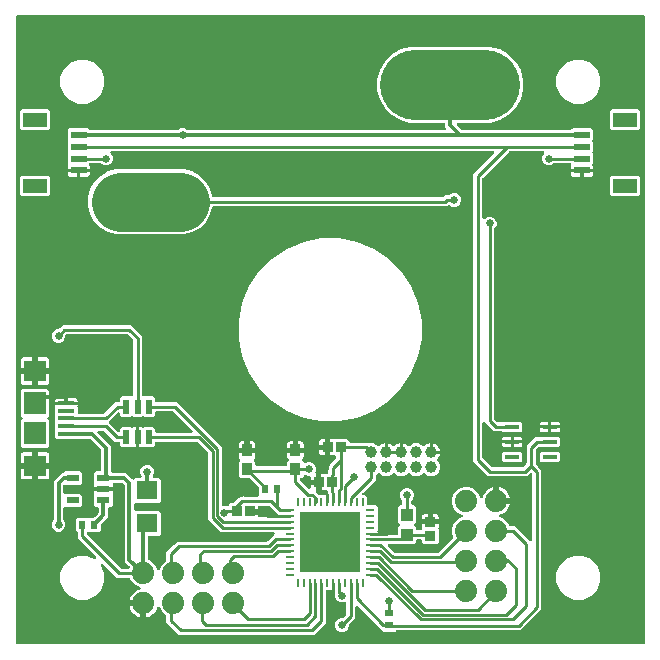
<source format=gbr>
G04 EAGLE Gerber RS-274X export*
G75*
%MOMM*%
%FSLAX34Y34*%
%LPD*%
%INBottom Copper*%
%IPPOS*%
%AMOC8*
5,1,8,0,0,1.08239X$1,22.5*%
G01*
%ADD10C,5.016000*%
%ADD11C,5.916000*%
%ADD12R,2.000000X1.200000*%
%ADD13R,1.350000X0.600000*%
%ADD14R,1.400000X0.350000*%
%ADD15R,1.900000X1.800000*%
%ADD16R,1.900000X1.900000*%
%ADD17R,1.219200X0.406400*%
%ADD18R,5.150000X5.150000*%
%ADD19R,0.700000X0.250000*%
%ADD20R,0.250000X0.700000*%
%ADD21R,0.600000X0.700000*%
%ADD22R,0.850000X0.900000*%
%ADD23R,0.900000X0.850000*%
%ADD24R,1.000000X1.100000*%
%ADD25C,1.000000*%
%ADD26R,0.900000X1.000000*%
%ADD27R,0.700000X0.600000*%
%ADD28R,1.800000X1.600000*%
%ADD29R,1.100000X0.600000*%
%ADD30C,1.879600*%
%ADD31R,0.550000X1.200000*%
%ADD32C,0.254000*%
%ADD33C,0.654800*%
%ADD34C,0.304800*%

G36*
X535118Y3746D02*
X535118Y3746D01*
X535237Y3753D01*
X535275Y3766D01*
X535316Y3771D01*
X535426Y3814D01*
X535539Y3851D01*
X535574Y3873D01*
X535611Y3888D01*
X535707Y3958D01*
X535808Y4021D01*
X535836Y4051D01*
X535869Y4074D01*
X535945Y4166D01*
X536026Y4253D01*
X536046Y4288D01*
X536071Y4319D01*
X536122Y4427D01*
X536180Y4531D01*
X536190Y4571D01*
X536207Y4607D01*
X536229Y4724D01*
X536259Y4839D01*
X536263Y4900D01*
X536267Y4920D01*
X536265Y4940D01*
X536269Y5000D01*
X536269Y535000D01*
X536254Y535118D01*
X536247Y535237D01*
X536234Y535275D01*
X536229Y535316D01*
X536186Y535426D01*
X536149Y535539D01*
X536127Y535574D01*
X536112Y535611D01*
X536043Y535707D01*
X535979Y535808D01*
X535949Y535836D01*
X535926Y535869D01*
X535834Y535945D01*
X535747Y536026D01*
X535712Y536046D01*
X535681Y536071D01*
X535573Y536122D01*
X535469Y536180D01*
X535429Y536190D01*
X535393Y536207D01*
X535276Y536229D01*
X535161Y536259D01*
X535101Y536263D01*
X535081Y536267D01*
X535060Y536265D01*
X535000Y536269D01*
X5000Y536269D01*
X4882Y536254D01*
X4763Y536247D01*
X4725Y536234D01*
X4684Y536229D01*
X4574Y536186D01*
X4461Y536149D01*
X4426Y536127D01*
X4389Y536112D01*
X4293Y536043D01*
X4192Y535979D01*
X4164Y535949D01*
X4131Y535926D01*
X4056Y535834D01*
X3974Y535747D01*
X3954Y535712D01*
X3929Y535681D01*
X3878Y535573D01*
X3820Y535469D01*
X3810Y535429D01*
X3793Y535393D01*
X3771Y535276D01*
X3741Y535161D01*
X3737Y535101D01*
X3733Y535081D01*
X3735Y535060D01*
X3731Y535000D01*
X3731Y5000D01*
X3746Y4882D01*
X3753Y4763D01*
X3766Y4725D01*
X3771Y4684D01*
X3814Y4574D01*
X3851Y4461D01*
X3873Y4426D01*
X3888Y4389D01*
X3958Y4293D01*
X4021Y4192D01*
X4051Y4164D01*
X4074Y4131D01*
X4166Y4056D01*
X4253Y3974D01*
X4288Y3954D01*
X4319Y3929D01*
X4427Y3878D01*
X4531Y3820D01*
X4571Y3810D01*
X4607Y3793D01*
X4724Y3771D01*
X4839Y3741D01*
X4900Y3737D01*
X4920Y3733D01*
X4940Y3735D01*
X5000Y3731D01*
X535000Y3731D01*
X535118Y3746D01*
G37*
%LPC*%
G36*
X141736Y11683D02*
X141736Y11683D01*
X131189Y22230D01*
X131189Y27061D01*
X131186Y27090D01*
X131188Y27120D01*
X131166Y27247D01*
X131149Y27376D01*
X131139Y27404D01*
X131133Y27433D01*
X131080Y27551D01*
X131032Y27672D01*
X131015Y27696D01*
X131003Y27723D01*
X130922Y27824D01*
X130846Y27929D01*
X130823Y27948D01*
X130804Y27971D01*
X130701Y28049D01*
X130601Y28132D01*
X130574Y28145D01*
X130564Y28152D01*
X127179Y31537D01*
X125737Y35019D01*
X125722Y35045D01*
X125713Y35074D01*
X125643Y35183D01*
X125579Y35296D01*
X125558Y35317D01*
X125542Y35342D01*
X125448Y35431D01*
X125358Y35524D01*
X125332Y35540D01*
X125310Y35560D01*
X125197Y35623D01*
X125087Y35690D01*
X125058Y35699D01*
X125032Y35713D01*
X124906Y35746D01*
X124783Y35784D01*
X124753Y35785D01*
X124724Y35793D01*
X124594Y35793D01*
X124465Y35799D01*
X124436Y35793D01*
X124406Y35793D01*
X124280Y35761D01*
X124154Y35735D01*
X124127Y35722D01*
X124098Y35714D01*
X123984Y35652D01*
X123868Y35595D01*
X123845Y35576D01*
X123819Y35561D01*
X123725Y35473D01*
X123626Y35389D01*
X123609Y35364D01*
X123587Y35344D01*
X123517Y35235D01*
X123443Y35129D01*
X123432Y35101D01*
X123416Y35075D01*
X123357Y34926D01*
X123246Y34586D01*
X123246Y34585D01*
X122964Y33717D01*
X122111Y32043D01*
X121006Y30522D01*
X119678Y29194D01*
X118157Y28089D01*
X116483Y27236D01*
X114696Y26655D01*
X114439Y26615D01*
X114439Y37030D01*
X114424Y37148D01*
X114417Y37267D01*
X114404Y37305D01*
X114399Y37345D01*
X114356Y37456D01*
X114319Y37569D01*
X114297Y37603D01*
X114282Y37641D01*
X114212Y37737D01*
X114149Y37838D01*
X114119Y37866D01*
X114095Y37898D01*
X114004Y37974D01*
X113917Y38056D01*
X113882Y38075D01*
X113851Y38101D01*
X113743Y38152D01*
X113639Y38209D01*
X113599Y38220D01*
X113563Y38237D01*
X113446Y38259D01*
X113331Y38289D01*
X113270Y38293D01*
X113250Y38297D01*
X113230Y38295D01*
X113170Y38299D01*
X111899Y38299D01*
X111899Y39570D01*
X111884Y39688D01*
X111877Y39807D01*
X111864Y39845D01*
X111859Y39885D01*
X111815Y39996D01*
X111779Y40109D01*
X111757Y40144D01*
X111742Y40181D01*
X111672Y40277D01*
X111609Y40378D01*
X111579Y40406D01*
X111555Y40439D01*
X111464Y40514D01*
X111377Y40596D01*
X111342Y40616D01*
X111310Y40641D01*
X111203Y40692D01*
X111098Y40750D01*
X111059Y40760D01*
X111023Y40777D01*
X110906Y40799D01*
X110791Y40829D01*
X110730Y40833D01*
X110710Y40837D01*
X110690Y40835D01*
X110630Y40839D01*
X100215Y40839D01*
X100255Y41096D01*
X100836Y42883D01*
X101689Y44557D01*
X102794Y46078D01*
X104122Y47406D01*
X105643Y48511D01*
X107317Y49364D01*
X108526Y49757D01*
X108553Y49769D01*
X108582Y49776D01*
X108696Y49837D01*
X108814Y49892D01*
X108837Y49911D01*
X108863Y49925D01*
X108959Y50012D01*
X109059Y50095D01*
X109076Y50119D01*
X109098Y50139D01*
X109170Y50248D01*
X109246Y50352D01*
X109257Y50380D01*
X109273Y50405D01*
X109315Y50528D01*
X109363Y50648D01*
X109367Y50677D01*
X109376Y50706D01*
X109387Y50835D01*
X109403Y50963D01*
X109399Y50993D01*
X109401Y51023D01*
X109379Y51150D01*
X109363Y51279D01*
X109352Y51307D01*
X109347Y51336D01*
X109294Y51454D01*
X109246Y51575D01*
X109229Y51599D01*
X109216Y51626D01*
X109136Y51727D01*
X109060Y51832D01*
X109037Y51851D01*
X109018Y51874D01*
X108914Y51952D01*
X108815Y52035D01*
X108788Y52048D01*
X108764Y52066D01*
X108619Y52137D01*
X105137Y53579D01*
X101779Y56937D01*
X100881Y59106D01*
X100866Y59131D01*
X100857Y59159D01*
X100787Y59269D01*
X100723Y59382D01*
X100703Y59403D01*
X100687Y59428D01*
X100592Y59517D01*
X100502Y59610D01*
X100477Y59626D01*
X100455Y59646D01*
X100341Y59709D01*
X100231Y59777D01*
X100202Y59785D01*
X100177Y59800D01*
X100051Y59832D01*
X99927Y59870D01*
X99897Y59872D01*
X99869Y59879D01*
X99708Y59889D01*
X89722Y59889D01*
X77833Y71778D01*
X77778Y71821D01*
X77729Y71871D01*
X77653Y71918D01*
X77582Y71973D01*
X77517Y72001D01*
X77458Y72037D01*
X77372Y72064D01*
X77290Y72099D01*
X77221Y72110D01*
X77154Y72131D01*
X77065Y72135D01*
X76976Y72149D01*
X76906Y72143D01*
X76836Y72146D01*
X76749Y72128D01*
X76659Y72119D01*
X76593Y72096D01*
X76525Y72082D01*
X76444Y72042D01*
X76360Y72012D01*
X76302Y71973D01*
X76239Y71942D01*
X76171Y71884D01*
X76097Y71833D01*
X76050Y71781D01*
X75997Y71736D01*
X75945Y71662D01*
X75886Y71595D01*
X75854Y71533D01*
X75814Y71476D01*
X75782Y71391D01*
X75741Y71311D01*
X75726Y71243D01*
X75701Y71178D01*
X75691Y71089D01*
X75672Y71001D01*
X75674Y70931D01*
X75666Y70862D01*
X75679Y70773D01*
X75681Y70683D01*
X75701Y70616D01*
X75711Y70547D01*
X75763Y70395D01*
X78541Y63688D01*
X78541Y56312D01*
X75718Y49498D01*
X70502Y44282D01*
X63688Y41459D01*
X56312Y41459D01*
X49498Y44282D01*
X44282Y49498D01*
X41459Y56312D01*
X41459Y63688D01*
X44282Y70502D01*
X49498Y75718D01*
X56312Y78541D01*
X63688Y78541D01*
X70395Y75763D01*
X70462Y75744D01*
X70526Y75717D01*
X70615Y75702D01*
X70702Y75679D01*
X70771Y75678D01*
X70840Y75667D01*
X70930Y75675D01*
X71020Y75674D01*
X71087Y75690D01*
X71157Y75696D01*
X71241Y75727D01*
X71329Y75748D01*
X71391Y75780D01*
X71456Y75804D01*
X71530Y75855D01*
X71610Y75897D01*
X71662Y75943D01*
X71719Y75983D01*
X71779Y76050D01*
X71845Y76110D01*
X71884Y76169D01*
X71930Y76221D01*
X71971Y76301D01*
X72020Y76376D01*
X72043Y76442D01*
X72074Y76504D01*
X72094Y76592D01*
X72123Y76677D01*
X72129Y76747D01*
X72144Y76815D01*
X72141Y76904D01*
X72148Y76994D01*
X72136Y77063D01*
X72134Y77133D01*
X72109Y77219D01*
X72094Y77307D01*
X72065Y77371D01*
X72046Y77438D01*
X72000Y77515D01*
X71963Y77597D01*
X71920Y77652D01*
X71884Y77712D01*
X71778Y77833D01*
X56189Y93422D01*
X56189Y98192D01*
X56177Y98290D01*
X56174Y98389D01*
X56157Y98447D01*
X56149Y98507D01*
X56113Y98599D01*
X56085Y98695D01*
X56055Y98747D01*
X56032Y98803D01*
X55974Y98883D01*
X55924Y98968D01*
X55858Y99044D01*
X55846Y99060D01*
X55836Y99068D01*
X55818Y99089D01*
X54459Y100448D01*
X54459Y109552D01*
X55948Y111041D01*
X64052Y111041D01*
X64103Y110991D01*
X64197Y110918D01*
X64286Y110839D01*
X64322Y110820D01*
X64354Y110796D01*
X64463Y110748D01*
X64569Y110694D01*
X64609Y110685D01*
X64646Y110669D01*
X64763Y110651D01*
X64879Y110625D01*
X64920Y110626D01*
X64960Y110620D01*
X65079Y110631D01*
X65197Y110634D01*
X65236Y110646D01*
X65276Y110649D01*
X65388Y110690D01*
X65503Y110723D01*
X65538Y110743D01*
X65576Y110757D01*
X65674Y110824D01*
X65777Y110884D01*
X65822Y110924D01*
X65839Y110936D01*
X65852Y110951D01*
X65898Y110991D01*
X65948Y111041D01*
X69767Y111041D01*
X69865Y111053D01*
X69964Y111056D01*
X70022Y111073D01*
X70082Y111081D01*
X70174Y111117D01*
X70269Y111145D01*
X70322Y111175D01*
X70378Y111198D01*
X70458Y111256D01*
X70543Y111306D01*
X70619Y111372D01*
X70635Y111384D01*
X70643Y111394D01*
X70664Y111412D01*
X73564Y114312D01*
X73624Y114390D01*
X73692Y114462D01*
X73721Y114515D01*
X73758Y114563D01*
X73798Y114654D01*
X73846Y114741D01*
X73861Y114799D01*
X73885Y114855D01*
X73900Y114953D01*
X73925Y115049D01*
X73931Y115149D01*
X73935Y115169D01*
X73933Y115181D01*
X73935Y115209D01*
X73935Y118690D01*
X73920Y118808D01*
X73913Y118927D01*
X73900Y118965D01*
X73895Y119006D01*
X73852Y119116D01*
X73815Y119229D01*
X73793Y119264D01*
X73778Y119301D01*
X73709Y119397D01*
X73645Y119498D01*
X73615Y119526D01*
X73592Y119559D01*
X73500Y119635D01*
X73413Y119716D01*
X73378Y119736D01*
X73347Y119761D01*
X73239Y119812D01*
X73135Y119870D01*
X73095Y119880D01*
X73059Y119897D01*
X72942Y119919D01*
X72827Y119949D01*
X72767Y119953D01*
X72747Y119957D01*
X72726Y119955D01*
X72666Y119959D01*
X71448Y119959D01*
X69959Y121448D01*
X69959Y129565D01*
X69986Y129599D01*
X70061Y129683D01*
X70083Y129724D01*
X70112Y129762D01*
X70157Y129865D01*
X70209Y129964D01*
X70220Y130010D01*
X70239Y130054D01*
X70256Y130165D01*
X70282Y130274D01*
X70281Y130321D01*
X70288Y130368D01*
X70278Y130480D01*
X70276Y130592D01*
X70263Y130637D01*
X70259Y130684D01*
X70221Y130790D01*
X70190Y130898D01*
X70158Y130963D01*
X70151Y130984D01*
X70141Y130999D01*
X70135Y131011D01*
X69959Y131666D01*
X69959Y133501D01*
X77770Y133501D01*
X77888Y133516D01*
X78007Y133523D01*
X78014Y133525D01*
X78070Y133511D01*
X78130Y133507D01*
X78150Y133503D01*
X78170Y133505D01*
X78230Y133501D01*
X86041Y133501D01*
X86041Y131666D01*
X85861Y130995D01*
X85837Y130939D01*
X85786Y130839D01*
X85776Y130793D01*
X85758Y130750D01*
X85741Y130638D01*
X85717Y130529D01*
X85718Y130482D01*
X85711Y130435D01*
X85723Y130323D01*
X85726Y130211D01*
X85739Y130166D01*
X85744Y130119D01*
X85784Y130013D01*
X85815Y129905D01*
X85839Y129865D01*
X85855Y129820D01*
X85919Y129728D01*
X85976Y129631D01*
X86024Y129577D01*
X86036Y129559D01*
X86041Y129556D01*
X86041Y121448D01*
X84552Y119959D01*
X83334Y119959D01*
X83216Y119944D01*
X83097Y119937D01*
X83059Y119924D01*
X83018Y119919D01*
X82908Y119876D01*
X82795Y119839D01*
X82760Y119817D01*
X82723Y119802D01*
X82627Y119733D01*
X82526Y119669D01*
X82498Y119639D01*
X82465Y119616D01*
X82389Y119524D01*
X82308Y119437D01*
X82288Y119402D01*
X82263Y119371D01*
X82212Y119263D01*
X82154Y119159D01*
X82144Y119119D01*
X82127Y119083D01*
X82105Y118966D01*
X82075Y118851D01*
X82071Y118791D01*
X82067Y118771D01*
X82069Y118750D01*
X82065Y118690D01*
X82065Y111316D01*
X79312Y108564D01*
X75912Y105164D01*
X75852Y105086D01*
X75784Y105014D01*
X75755Y104961D01*
X75718Y104913D01*
X75678Y104822D01*
X75630Y104735D01*
X75615Y104677D01*
X75591Y104621D01*
X75576Y104523D01*
X75551Y104427D01*
X75545Y104327D01*
X75541Y104307D01*
X75543Y104295D01*
X75541Y104267D01*
X75541Y100448D01*
X74052Y98959D01*
X65939Y98959D01*
X65868Y99015D01*
X65761Y99103D01*
X65742Y99112D01*
X65726Y99124D01*
X65598Y99180D01*
X65473Y99239D01*
X65453Y99243D01*
X65434Y99251D01*
X65297Y99272D01*
X65160Y99299D01*
X65140Y99297D01*
X65120Y99300D01*
X64982Y99287D01*
X64843Y99279D01*
X64824Y99273D01*
X64804Y99271D01*
X64672Y99224D01*
X64541Y99181D01*
X64523Y99170D01*
X64504Y99163D01*
X64389Y99085D01*
X64272Y99011D01*
X64258Y98996D01*
X64241Y98985D01*
X64149Y98880D01*
X64054Y98779D01*
X64044Y98761D01*
X64031Y98746D01*
X63967Y98622D01*
X63900Y98501D01*
X63895Y98481D01*
X63886Y98463D01*
X63856Y98327D01*
X63821Y98193D01*
X63819Y98165D01*
X63816Y98153D01*
X63817Y98132D01*
X63811Y98032D01*
X63811Y97104D01*
X63823Y97006D01*
X63826Y96907D01*
X63843Y96849D01*
X63851Y96789D01*
X63887Y96697D01*
X63915Y96601D01*
X63945Y96549D01*
X63968Y96493D01*
X64026Y96413D01*
X64076Y96328D01*
X64142Y96252D01*
X64154Y96236D01*
X64164Y96228D01*
X64182Y96207D01*
X92507Y67882D01*
X92585Y67822D01*
X92657Y67754D01*
X92710Y67725D01*
X92758Y67688D01*
X92849Y67648D01*
X92936Y67600D01*
X92994Y67585D01*
X93050Y67561D01*
X93148Y67546D01*
X93244Y67521D01*
X93344Y67515D01*
X93364Y67511D01*
X93376Y67513D01*
X93404Y67511D01*
X99077Y67511D01*
X99214Y67528D01*
X99353Y67541D01*
X99372Y67548D01*
X99392Y67551D01*
X99521Y67602D01*
X99652Y67649D01*
X99669Y67660D01*
X99688Y67668D01*
X99800Y67749D01*
X99915Y67827D01*
X99929Y67843D01*
X99945Y67854D01*
X100034Y67962D01*
X100126Y68066D01*
X100135Y68084D01*
X100148Y68099D01*
X100207Y68225D01*
X100270Y68349D01*
X100275Y68369D01*
X100284Y68387D01*
X100310Y68523D01*
X100340Y68659D01*
X100340Y68680D01*
X100343Y68699D01*
X100335Y68838D01*
X100330Y68977D01*
X100325Y68997D01*
X100324Y69017D01*
X100281Y69149D01*
X100242Y69283D01*
X100232Y69300D01*
X100226Y69319D01*
X100151Y69437D01*
X100081Y69557D01*
X100062Y69578D01*
X100055Y69588D01*
X100040Y69602D01*
X99974Y69677D01*
X95935Y73716D01*
X95935Y137791D01*
X95923Y137889D01*
X95920Y137988D01*
X95903Y138046D01*
X95895Y138106D01*
X95859Y138198D01*
X95831Y138293D01*
X95801Y138345D01*
X95778Y138402D01*
X95720Y138482D01*
X95670Y138567D01*
X95604Y138643D01*
X95592Y138659D01*
X95582Y138667D01*
X95564Y138688D01*
X94188Y140064D01*
X94110Y140124D01*
X94038Y140192D01*
X93985Y140221D01*
X93937Y140258D01*
X93846Y140298D01*
X93759Y140346D01*
X93701Y140361D01*
X93645Y140385D01*
X93547Y140400D01*
X93451Y140425D01*
X93351Y140431D01*
X93331Y140435D01*
X93319Y140433D01*
X93291Y140435D01*
X87132Y140435D01*
X87007Y140419D01*
X86882Y140410D01*
X86850Y140400D01*
X86816Y140395D01*
X86700Y140349D01*
X86580Y140309D01*
X86552Y140291D01*
X86521Y140278D01*
X86419Y140205D01*
X86313Y140136D01*
X86291Y140111D01*
X86263Y140092D01*
X86183Y139995D01*
X86098Y139902D01*
X86082Y139873D01*
X86061Y139847D01*
X86007Y139733D01*
X85947Y139622D01*
X85939Y139589D01*
X85925Y139559D01*
X85901Y139436D01*
X85871Y139313D01*
X85872Y139280D01*
X85865Y139247D01*
X85873Y139121D01*
X85874Y138995D01*
X85884Y138947D01*
X85885Y138929D01*
X85892Y138909D01*
X85906Y138837D01*
X86041Y138334D01*
X86041Y136499D01*
X78230Y136499D01*
X78112Y136484D01*
X77993Y136477D01*
X77986Y136475D01*
X77930Y136489D01*
X77870Y136493D01*
X77850Y136497D01*
X77830Y136495D01*
X77770Y136499D01*
X69959Y136499D01*
X69959Y138334D01*
X70139Y139005D01*
X70163Y139061D01*
X70214Y139161D01*
X70224Y139207D01*
X70242Y139250D01*
X70259Y139362D01*
X70283Y139471D01*
X70282Y139518D01*
X70289Y139565D01*
X70277Y139677D01*
X70274Y139789D01*
X70261Y139834D01*
X70256Y139881D01*
X70216Y139987D01*
X70185Y140095D01*
X70161Y140135D01*
X70145Y140180D01*
X70081Y140272D01*
X70024Y140369D01*
X69976Y140423D01*
X69964Y140441D01*
X69959Y140444D01*
X69959Y148552D01*
X71448Y150041D01*
X74666Y150041D01*
X74784Y150056D01*
X74903Y150063D01*
X74941Y150076D01*
X74982Y150081D01*
X75092Y150124D01*
X75205Y150161D01*
X75240Y150183D01*
X75277Y150198D01*
X75373Y150267D01*
X75474Y150331D01*
X75502Y150361D01*
X75535Y150384D01*
X75611Y150476D01*
X75692Y150563D01*
X75712Y150598D01*
X75737Y150629D01*
X75788Y150737D01*
X75846Y150841D01*
X75856Y150881D01*
X75873Y150917D01*
X75895Y151034D01*
X75925Y151149D01*
X75929Y151209D01*
X75933Y151229D01*
X75931Y151250D01*
X75935Y151310D01*
X75935Y167791D01*
X75923Y167889D01*
X75920Y167988D01*
X75903Y168046D01*
X75895Y168106D01*
X75859Y168198D01*
X75831Y168293D01*
X75801Y168345D01*
X75778Y168402D01*
X75720Y168482D01*
X75670Y168567D01*
X75604Y168643D01*
X75592Y168659D01*
X75582Y168667D01*
X75564Y168688D01*
X66688Y177564D01*
X66610Y177624D01*
X66538Y177692D01*
X66485Y177721D01*
X66437Y177758D01*
X66346Y177798D01*
X66259Y177846D01*
X66201Y177861D01*
X66145Y177885D01*
X66047Y177900D01*
X65951Y177925D01*
X65851Y177931D01*
X65831Y177935D01*
X65819Y177933D01*
X65791Y177935D01*
X55304Y177935D01*
X55206Y177923D01*
X55107Y177920D01*
X55049Y177903D01*
X54989Y177895D01*
X54897Y177859D01*
X54801Y177831D01*
X54749Y177801D01*
X54693Y177778D01*
X54613Y177720D01*
X54594Y177709D01*
X38448Y177709D01*
X36959Y179198D01*
X36959Y204354D01*
X36977Y204376D01*
X37019Y204473D01*
X37069Y204567D01*
X37082Y204619D01*
X37103Y204668D01*
X37120Y204772D01*
X37145Y204875D01*
X37145Y204929D01*
X37153Y204982D01*
X37143Y205087D01*
X37142Y205193D01*
X37125Y205277D01*
X37123Y205299D01*
X37118Y205313D01*
X37111Y205351D01*
X36959Y205916D01*
X36959Y206731D01*
X46500Y206731D01*
X56041Y206731D01*
X56041Y205916D01*
X55889Y205351D01*
X55875Y205246D01*
X55852Y205143D01*
X55854Y205090D01*
X55846Y205036D01*
X55858Y204931D01*
X55862Y204825D01*
X55877Y204774D01*
X55883Y204720D01*
X55921Y204621D01*
X55950Y204520D01*
X55977Y204473D01*
X55997Y204423D01*
X56041Y204361D01*
X56041Y200080D01*
X56056Y199962D01*
X56063Y199843D01*
X56076Y199805D01*
X56081Y199764D01*
X56124Y199654D01*
X56161Y199541D01*
X56183Y199506D01*
X56198Y199469D01*
X56267Y199373D01*
X56331Y199272D01*
X56361Y199244D01*
X56384Y199211D01*
X56476Y199135D01*
X56563Y199054D01*
X56598Y199034D01*
X56629Y199009D01*
X56737Y198958D01*
X56841Y198900D01*
X56881Y198890D01*
X56917Y198873D01*
X57034Y198851D01*
X57149Y198821D01*
X57209Y198817D01*
X57229Y198813D01*
X57250Y198815D01*
X57310Y198811D01*
X77896Y198811D01*
X77994Y198823D01*
X78093Y198826D01*
X78151Y198843D01*
X78211Y198851D01*
X78303Y198887D01*
X78399Y198915D01*
X78451Y198945D01*
X78507Y198968D01*
X78587Y199026D01*
X78672Y199076D01*
X78748Y199142D01*
X78764Y199154D01*
X78772Y199164D01*
X78793Y199182D01*
X88423Y208812D01*
X90940Y208812D01*
X91058Y208827D01*
X91177Y208834D01*
X91215Y208847D01*
X91256Y208852D01*
X91366Y208895D01*
X91479Y208932D01*
X91514Y208954D01*
X91551Y208969D01*
X91647Y209038D01*
X91748Y209102D01*
X91776Y209132D01*
X91809Y209155D01*
X91884Y209247D01*
X91966Y209334D01*
X91986Y209369D01*
X92011Y209400D01*
X92062Y209508D01*
X92120Y209612D01*
X92130Y209652D01*
X92147Y209688D01*
X92169Y209805D01*
X92199Y209920D01*
X92203Y209980D01*
X92207Y210000D01*
X92205Y210021D01*
X92209Y210081D01*
X92209Y212053D01*
X93698Y213542D01*
X101464Y213542D01*
X101527Y213512D01*
X101547Y213508D01*
X101565Y213500D01*
X101703Y213479D01*
X101840Y213452D01*
X101860Y213454D01*
X101880Y213451D01*
X102018Y213464D01*
X102157Y213472D01*
X102176Y213478D01*
X102196Y213480D01*
X102327Y213527D01*
X102459Y213570D01*
X102476Y213581D01*
X102495Y213588D01*
X102610Y213666D01*
X102728Y213740D01*
X102742Y213755D01*
X102759Y213766D01*
X102851Y213870D01*
X102946Y213972D01*
X102956Y213990D01*
X102969Y214005D01*
X103032Y214129D01*
X103100Y214250D01*
X103105Y214270D01*
X103114Y214288D01*
X103144Y214424D01*
X103179Y214558D01*
X103181Y214586D01*
X103183Y214598D01*
X103183Y214619D01*
X103189Y214719D01*
X103189Y260896D01*
X103177Y260994D01*
X103174Y261093D01*
X103157Y261151D01*
X103149Y261211D01*
X103113Y261303D01*
X103085Y261399D01*
X103055Y261451D01*
X103032Y261507D01*
X102974Y261587D01*
X102924Y261672D01*
X102858Y261748D01*
X102846Y261764D01*
X102836Y261772D01*
X102818Y261793D01*
X98793Y265818D01*
X98715Y265878D01*
X98643Y265946D01*
X98590Y265975D01*
X98542Y266012D01*
X98451Y266052D01*
X98364Y266100D01*
X98306Y266115D01*
X98250Y266139D01*
X98152Y266154D01*
X98056Y266179D01*
X97956Y266185D01*
X97936Y266189D01*
X97924Y266187D01*
X97896Y266189D01*
X47104Y266189D01*
X47006Y266177D01*
X46907Y266174D01*
X46849Y266157D01*
X46789Y266149D01*
X46697Y266113D01*
X46601Y266085D01*
X46549Y266055D01*
X46493Y266032D01*
X46413Y265974D01*
X46328Y265924D01*
X46276Y265879D01*
X46275Y265878D01*
X46252Y265858D01*
X46236Y265846D01*
X46228Y265836D01*
X46207Y265818D01*
X46186Y265797D01*
X46126Y265719D01*
X46058Y265647D01*
X46029Y265594D01*
X45992Y265546D01*
X45952Y265455D01*
X45904Y265368D01*
X45889Y265310D01*
X45865Y265254D01*
X45850Y265156D01*
X45825Y265060D01*
X45819Y264960D01*
X45815Y264940D01*
X45817Y264928D01*
X45815Y264900D01*
X45815Y263843D01*
X44930Y261706D01*
X43294Y260070D01*
X41157Y259185D01*
X38843Y259185D01*
X36706Y260070D01*
X35070Y261706D01*
X34185Y263843D01*
X34185Y266157D01*
X35070Y268294D01*
X36706Y269930D01*
X38843Y270815D01*
X39900Y270815D01*
X39998Y270827D01*
X40097Y270830D01*
X40155Y270847D01*
X40215Y270855D01*
X40307Y270891D01*
X40403Y270919D01*
X40455Y270949D01*
X40511Y270972D01*
X40591Y271030D01*
X40676Y271080D01*
X40752Y271146D01*
X40768Y271158D01*
X40776Y271168D01*
X40797Y271186D01*
X43422Y273811D01*
X101578Y273811D01*
X110811Y264578D01*
X110811Y214719D01*
X110828Y214581D01*
X110841Y214443D01*
X110848Y214424D01*
X110851Y214404D01*
X110902Y214274D01*
X110949Y214143D01*
X110960Y214127D01*
X110968Y214108D01*
X111049Y213995D01*
X111128Y213880D01*
X111143Y213867D01*
X111154Y213851D01*
X111261Y213762D01*
X111366Y213670D01*
X111384Y213661D01*
X111399Y213648D01*
X111525Y213588D01*
X111649Y213525D01*
X111669Y213521D01*
X111687Y213512D01*
X111823Y213486D01*
X111960Y213456D01*
X111980Y213456D01*
X111999Y213452D01*
X112138Y213461D01*
X112277Y213465D01*
X112297Y213471D01*
X112317Y213472D01*
X112449Y213515D01*
X112541Y213542D01*
X120302Y213542D01*
X121791Y212053D01*
X121791Y210081D01*
X121806Y209963D01*
X121813Y209844D01*
X121826Y209806D01*
X121831Y209765D01*
X121874Y209655D01*
X121911Y209542D01*
X121933Y209507D01*
X121948Y209470D01*
X122018Y209373D01*
X122081Y209273D01*
X122111Y209245D01*
X122134Y209212D01*
X122226Y209136D01*
X122313Y209055D01*
X122348Y209035D01*
X122379Y209010D01*
X122487Y208959D01*
X122591Y208901D01*
X122631Y208891D01*
X122667Y208874D01*
X122784Y208852D01*
X122899Y208822D01*
X122959Y208818D01*
X122979Y208814D01*
X123000Y208816D01*
X123060Y208812D01*
X140077Y208812D01*
X177997Y170892D01*
X177997Y122084D01*
X178012Y121966D01*
X178019Y121847D01*
X178032Y121809D01*
X178037Y121768D01*
X178080Y121658D01*
X178117Y121545D01*
X178139Y121510D01*
X178154Y121473D01*
X178223Y121377D01*
X178287Y121276D01*
X178317Y121248D01*
X178340Y121215D01*
X178432Y121139D01*
X178519Y121058D01*
X178554Y121038D01*
X178585Y121013D01*
X178693Y120962D01*
X178797Y120904D01*
X178837Y120894D01*
X178873Y120877D01*
X178990Y120855D01*
X179105Y120825D01*
X179165Y120821D01*
X179185Y120817D01*
X179206Y120819D01*
X179266Y120815D01*
X181157Y120815D01*
X182154Y120401D01*
X182202Y120388D01*
X182247Y120367D01*
X182355Y120347D01*
X182461Y120318D01*
X182511Y120317D01*
X182560Y120307D01*
X182669Y120314D01*
X182779Y120312D01*
X182827Y120324D01*
X182877Y120327D01*
X182981Y120361D01*
X183088Y120387D01*
X183132Y120410D01*
X183179Y120425D01*
X183272Y120484D01*
X183369Y120535D01*
X183406Y120569D01*
X183448Y120595D01*
X183523Y120675D01*
X183605Y120749D01*
X183632Y120791D01*
X183666Y120827D01*
X183719Y120923D01*
X183779Y121015D01*
X183796Y121062D01*
X183820Y121105D01*
X183847Y121212D01*
X183883Y121316D01*
X183887Y121365D01*
X183899Y121413D01*
X183909Y121574D01*
X183909Y121902D01*
X185398Y123391D01*
X187938Y123391D01*
X188062Y123406D01*
X188188Y123416D01*
X188220Y123426D01*
X188253Y123431D01*
X188370Y123477D01*
X188489Y123517D01*
X188518Y123535D01*
X188549Y123548D01*
X188651Y123621D01*
X188756Y123690D01*
X188791Y123724D01*
X188806Y123734D01*
X188820Y123751D01*
X188872Y123801D01*
X191005Y126121D01*
X191046Y126180D01*
X191096Y126233D01*
X191138Y126309D01*
X191189Y126380D01*
X191215Y126448D01*
X191222Y126461D01*
X192380Y127619D01*
X192389Y127631D01*
X192417Y127657D01*
X193477Y128811D01*
X195043Y128811D01*
X195058Y128813D01*
X195096Y128812D01*
X196736Y128881D01*
X196746Y128879D01*
X196827Y128847D01*
X196899Y128839D01*
X196969Y128821D01*
X197130Y128811D01*
X208190Y128811D01*
X208308Y128826D01*
X208427Y128833D01*
X208465Y128846D01*
X208506Y128851D01*
X208616Y128894D01*
X208729Y128931D01*
X208764Y128953D01*
X208801Y128968D01*
X208897Y129037D01*
X208998Y129101D01*
X209026Y129131D01*
X209059Y129154D01*
X209135Y129246D01*
X209216Y129333D01*
X209236Y129368D01*
X209261Y129399D01*
X209312Y129507D01*
X209370Y129611D01*
X209380Y129651D01*
X209397Y129687D01*
X209419Y129804D01*
X209449Y129919D01*
X209453Y129979D01*
X209457Y129999D01*
X209455Y130020D01*
X209459Y130080D01*
X209459Y136126D01*
X209447Y136224D01*
X209444Y136323D01*
X209427Y136381D01*
X209419Y136441D01*
X209383Y136533D01*
X209355Y136629D01*
X209325Y136681D01*
X209302Y136737D01*
X209244Y136817D01*
X209194Y136902D01*
X209128Y136978D01*
X209116Y136994D01*
X209106Y137002D01*
X209088Y137023D01*
X202023Y144088D01*
X201945Y144148D01*
X201873Y144216D01*
X201820Y144245D01*
X201772Y144282D01*
X201681Y144322D01*
X201594Y144370D01*
X201536Y144385D01*
X201480Y144409D01*
X201382Y144424D01*
X201287Y144449D01*
X201186Y144455D01*
X201166Y144459D01*
X201154Y144457D01*
X201126Y144459D01*
X193948Y144459D01*
X192459Y145948D01*
X192459Y158052D01*
X193509Y159103D01*
X193582Y159197D01*
X193661Y159286D01*
X193680Y159322D01*
X193704Y159354D01*
X193752Y159463D01*
X193806Y159569D01*
X193815Y159608D01*
X193831Y159646D01*
X193849Y159763D01*
X193875Y159879D01*
X193874Y159920D01*
X193881Y159960D01*
X193869Y160078D01*
X193866Y160197D01*
X193854Y160236D01*
X193851Y160276D01*
X193810Y160388D01*
X193777Y160503D01*
X193757Y160538D01*
X193743Y160576D01*
X193676Y160674D01*
X193616Y160777D01*
X193576Y160822D01*
X193565Y160839D01*
X193549Y160852D01*
X193509Y160898D01*
X192967Y161440D01*
X192632Y162019D01*
X192459Y162666D01*
X192459Y165751D01*
X198520Y165751D01*
X198638Y165766D01*
X198757Y165773D01*
X198795Y165785D01*
X198835Y165791D01*
X198946Y165834D01*
X199059Y165871D01*
X199093Y165893D01*
X199131Y165908D01*
X199227Y165977D01*
X199328Y166041D01*
X199356Y166071D01*
X199388Y166094D01*
X199464Y166186D01*
X199496Y166220D01*
X199501Y166212D01*
X199531Y166184D01*
X199555Y166151D01*
X199646Y166075D01*
X199733Y165994D01*
X199768Y165974D01*
X199800Y165949D01*
X199907Y165898D01*
X200012Y165840D01*
X200051Y165830D01*
X200087Y165813D01*
X200204Y165791D01*
X200320Y165761D01*
X200380Y165757D01*
X200400Y165753D01*
X200420Y165755D01*
X200480Y165751D01*
X206541Y165751D01*
X206541Y162666D01*
X206368Y162019D01*
X206033Y161440D01*
X205491Y160898D01*
X205418Y160803D01*
X205339Y160714D01*
X205320Y160678D01*
X205296Y160646D01*
X205248Y160537D01*
X205194Y160431D01*
X205185Y160392D01*
X205169Y160354D01*
X205151Y160236D01*
X205125Y160121D01*
X205126Y160080D01*
X205119Y160040D01*
X205131Y159922D01*
X205134Y159803D01*
X205146Y159764D01*
X205149Y159724D01*
X205190Y159612D01*
X205223Y159497D01*
X205243Y159462D01*
X205257Y159424D01*
X205324Y159326D01*
X205384Y159223D01*
X205424Y159178D01*
X205435Y159161D01*
X205451Y159148D01*
X205491Y159103D01*
X206541Y158052D01*
X206541Y155830D01*
X206556Y155712D01*
X206563Y155593D01*
X206576Y155555D01*
X206581Y155514D01*
X206624Y155404D01*
X206661Y155291D01*
X206683Y155256D01*
X206698Y155219D01*
X206767Y155123D01*
X206831Y155022D01*
X206861Y154994D01*
X206884Y154961D01*
X206976Y154885D01*
X207063Y154804D01*
X207098Y154784D01*
X207129Y154759D01*
X207237Y154708D01*
X207341Y154650D01*
X207381Y154640D01*
X207417Y154623D01*
X207534Y154601D01*
X207649Y154571D01*
X207709Y154567D01*
X207729Y154563D01*
X207750Y154565D01*
X207810Y154561D01*
X232190Y154561D01*
X232308Y154576D01*
X232427Y154583D01*
X232465Y154596D01*
X232506Y154601D01*
X232616Y154644D01*
X232729Y154681D01*
X232764Y154703D01*
X232801Y154718D01*
X232897Y154787D01*
X232998Y154851D01*
X233026Y154881D01*
X233059Y154904D01*
X233135Y154996D01*
X233216Y155083D01*
X233236Y155118D01*
X233261Y155149D01*
X233312Y155257D01*
X233370Y155361D01*
X233380Y155401D01*
X233397Y155437D01*
X233419Y155554D01*
X233449Y155669D01*
X233453Y155729D01*
X233457Y155749D01*
X233455Y155770D01*
X233459Y155830D01*
X233459Y158052D01*
X234509Y159103D01*
X234582Y159197D01*
X234661Y159286D01*
X234680Y159322D01*
X234704Y159354D01*
X234752Y159463D01*
X234806Y159569D01*
X234815Y159608D01*
X234831Y159646D01*
X234849Y159763D01*
X234875Y159879D01*
X234874Y159920D01*
X234881Y159960D01*
X234869Y160078D01*
X234866Y160197D01*
X234854Y160236D01*
X234851Y160276D01*
X234810Y160388D01*
X234777Y160503D01*
X234757Y160538D01*
X234743Y160576D01*
X234676Y160674D01*
X234616Y160777D01*
X234576Y160822D01*
X234565Y160839D01*
X234549Y160852D01*
X234509Y160898D01*
X233967Y161440D01*
X233632Y162019D01*
X233459Y162666D01*
X233459Y165751D01*
X239520Y165751D01*
X239638Y165766D01*
X239757Y165773D01*
X239795Y165785D01*
X239835Y165791D01*
X239946Y165834D01*
X240059Y165871D01*
X240093Y165893D01*
X240131Y165908D01*
X240227Y165977D01*
X240328Y166041D01*
X240356Y166071D01*
X240388Y166094D01*
X240464Y166186D01*
X240496Y166220D01*
X240501Y166212D01*
X240531Y166184D01*
X240555Y166151D01*
X240646Y166075D01*
X240733Y165994D01*
X240768Y165974D01*
X240800Y165949D01*
X240907Y165898D01*
X241012Y165840D01*
X241051Y165830D01*
X241087Y165813D01*
X241204Y165791D01*
X241320Y165761D01*
X241380Y165757D01*
X241400Y165753D01*
X241420Y165755D01*
X241480Y165751D01*
X247541Y165751D01*
X247541Y162666D01*
X247368Y162019D01*
X247033Y161440D01*
X246491Y160898D01*
X246418Y160803D01*
X246339Y160714D01*
X246320Y160678D01*
X246296Y160646D01*
X246248Y160537D01*
X246194Y160431D01*
X246185Y160392D01*
X246169Y160354D01*
X246151Y160236D01*
X246125Y160121D01*
X246126Y160080D01*
X246119Y160040D01*
X246131Y159922D01*
X246134Y159803D01*
X246146Y159764D01*
X246149Y159724D01*
X246190Y159612D01*
X246223Y159497D01*
X246243Y159462D01*
X246257Y159424D01*
X246324Y159326D01*
X246384Y159223D01*
X246424Y159178D01*
X246435Y159161D01*
X246451Y159148D01*
X246491Y159103D01*
X247592Y158001D01*
X247599Y157984D01*
X247609Y157936D01*
X247657Y157837D01*
X247698Y157735D01*
X247727Y157695D01*
X247749Y157650D01*
X247820Y157567D01*
X247884Y157478D01*
X247923Y157446D01*
X247955Y157408D01*
X248045Y157345D01*
X248129Y157275D01*
X248174Y157254D01*
X248215Y157225D01*
X248318Y157186D01*
X248417Y157139D01*
X248466Y157130D01*
X248512Y157112D01*
X248622Y157100D01*
X248729Y157080D01*
X248779Y157083D01*
X248828Y157077D01*
X248937Y157093D01*
X249047Y157099D01*
X249094Y157115D01*
X249143Y157122D01*
X249296Y157174D01*
X250843Y157815D01*
X253157Y157815D01*
X255294Y156930D01*
X256930Y155294D01*
X257815Y153157D01*
X257815Y150843D01*
X257381Y149796D01*
X257368Y149748D01*
X257346Y149703D01*
X257326Y149595D01*
X257297Y149489D01*
X257296Y149439D01*
X257287Y149390D01*
X257294Y149281D01*
X257292Y149171D01*
X257303Y149123D01*
X257306Y149073D01*
X257340Y148969D01*
X257366Y148862D01*
X257389Y148818D01*
X257404Y148771D01*
X257463Y148678D01*
X257515Y148581D01*
X257548Y148544D01*
X257575Y148502D01*
X257655Y148427D01*
X257729Y148345D01*
X257770Y148318D01*
X257806Y148284D01*
X257902Y148231D01*
X257994Y148171D01*
X258041Y148154D01*
X258076Y148135D01*
X258076Y143124D01*
X253409Y143124D01*
X253409Y144916D01*
X253394Y145034D01*
X253387Y145153D01*
X253374Y145191D01*
X253369Y145232D01*
X253326Y145342D01*
X253289Y145455D01*
X253267Y145490D01*
X253252Y145527D01*
X253183Y145623D01*
X253119Y145724D01*
X253089Y145752D01*
X253066Y145785D01*
X252974Y145861D01*
X252887Y145942D01*
X252852Y145962D01*
X252821Y145987D01*
X252713Y146038D01*
X252609Y146096D01*
X252569Y146106D01*
X252533Y146123D01*
X252416Y146145D01*
X252301Y146175D01*
X252241Y146179D01*
X252221Y146183D01*
X252200Y146181D01*
X252140Y146185D01*
X250843Y146185D01*
X249296Y146826D01*
X249248Y146839D01*
X249203Y146861D01*
X249095Y146881D01*
X248989Y146910D01*
X248939Y146911D01*
X248890Y146920D01*
X248781Y146914D01*
X248671Y146915D01*
X248623Y146904D01*
X248573Y146901D01*
X248469Y146867D01*
X248362Y146841D01*
X248318Y146818D01*
X248271Y146803D01*
X248178Y146744D01*
X248081Y146692D01*
X248044Y146659D01*
X248002Y146632D01*
X247927Y146552D01*
X247845Y146479D01*
X247818Y146437D01*
X247784Y146401D01*
X247731Y146305D01*
X247671Y146213D01*
X247654Y146166D01*
X247630Y146122D01*
X247603Y146016D01*
X247600Y146007D01*
X246052Y144459D01*
X245580Y144459D01*
X245462Y144444D01*
X245343Y144437D01*
X245305Y144424D01*
X245264Y144419D01*
X245154Y144376D01*
X245041Y144339D01*
X245006Y144317D01*
X244969Y144302D01*
X244873Y144233D01*
X244772Y144169D01*
X244744Y144139D01*
X244711Y144116D01*
X244635Y144024D01*
X244554Y143937D01*
X244534Y143902D01*
X244509Y143871D01*
X244458Y143763D01*
X244400Y143659D01*
X244390Y143619D01*
X244373Y143583D01*
X244351Y143466D01*
X244321Y143351D01*
X244317Y143291D01*
X244313Y143271D01*
X244315Y143250D01*
X244311Y143190D01*
X244311Y143104D01*
X244323Y143006D01*
X244326Y142907D01*
X244343Y142849D01*
X244351Y142789D01*
X244387Y142697D01*
X244415Y142601D01*
X244445Y142549D01*
X244468Y142493D01*
X244526Y142413D01*
X244576Y142328D01*
X244642Y142252D01*
X244654Y142236D01*
X244664Y142228D01*
X244682Y142207D01*
X251243Y135647D01*
X251352Y135561D01*
X251459Y135473D01*
X251478Y135464D01*
X251494Y135452D01*
X251622Y135396D01*
X251747Y135337D01*
X251767Y135333D01*
X251786Y135325D01*
X251924Y135303D01*
X252060Y135277D01*
X252080Y135279D01*
X252100Y135276D01*
X252239Y135289D01*
X252377Y135297D01*
X252396Y135303D01*
X252416Y135305D01*
X252548Y135353D01*
X252679Y135395D01*
X252697Y135406D01*
X252716Y135413D01*
X252831Y135491D01*
X252948Y135565D01*
X252962Y135580D01*
X252979Y135592D01*
X253071Y135696D01*
X253166Y135797D01*
X253176Y135815D01*
X253189Y135830D01*
X253253Y135954D01*
X253320Y136076D01*
X253325Y136095D01*
X253334Y136113D01*
X253364Y136249D01*
X253399Y136383D01*
X253401Y136412D01*
X253404Y136423D01*
X253403Y136444D01*
X253409Y136544D01*
X253409Y138876D01*
X258076Y138876D01*
X258076Y133041D01*
X258088Y132942D01*
X258091Y132843D01*
X258108Y132785D01*
X258116Y132725D01*
X258152Y132633D01*
X258180Y132538D01*
X258210Y132486D01*
X258233Y132429D01*
X258291Y132349D01*
X258341Y132264D01*
X258407Y132188D01*
X258419Y132172D01*
X258429Y132164D01*
X258447Y132143D01*
X259090Y131501D01*
X260178Y130412D01*
X260256Y130352D01*
X260328Y130284D01*
X260381Y130255D01*
X260429Y130218D01*
X260520Y130178D01*
X260607Y130130D01*
X260665Y130115D01*
X260721Y130091D01*
X260819Y130076D01*
X260915Y130051D01*
X261015Y130045D01*
X261035Y130041D01*
X261048Y130043D01*
X261076Y130041D01*
X264953Y130041D01*
X264961Y130037D01*
X265013Y130024D01*
X265063Y130002D01*
X265167Y129986D01*
X265270Y129960D01*
X265324Y129961D01*
X265377Y129953D01*
X265482Y129962D01*
X265588Y129963D01*
X265672Y129980D01*
X265693Y129982D01*
X265708Y129988D01*
X265746Y129995D01*
X265916Y130041D01*
X267115Y130041D01*
X267259Y130059D01*
X267403Y130074D01*
X267416Y130079D01*
X267430Y130081D01*
X267565Y130134D01*
X267701Y130184D01*
X267713Y130192D01*
X267726Y130198D01*
X267843Y130283D01*
X267962Y130365D01*
X267972Y130376D01*
X267983Y130384D01*
X268076Y130496D01*
X268171Y130606D01*
X268177Y130618D01*
X268186Y130629D01*
X268248Y130760D01*
X268313Y130890D01*
X268316Y130904D01*
X268322Y130917D01*
X268349Y131058D01*
X268379Y131201D01*
X268380Y131221D01*
X268381Y131229D01*
X268380Y131247D01*
X268383Y131362D01*
X268326Y132742D01*
X268311Y132834D01*
X268305Y132927D01*
X268284Y132990D01*
X268273Y133056D01*
X268235Y133141D01*
X268207Y133229D01*
X268171Y133286D01*
X268144Y133347D01*
X268086Y133419D01*
X268037Y133498D01*
X267988Y133544D01*
X267947Y133596D01*
X267873Y133652D01*
X267805Y133716D01*
X267747Y133748D01*
X267694Y133788D01*
X267608Y133825D01*
X267527Y133870D01*
X267462Y133886D01*
X267401Y133912D01*
X267309Y133926D01*
X267219Y133949D01*
X267104Y133956D01*
X267086Y133959D01*
X267077Y133958D01*
X267058Y133959D01*
X266456Y133959D01*
X266445Y133965D01*
X266403Y133998D01*
X266306Y134040D01*
X266212Y134090D01*
X266160Y134103D01*
X266111Y134124D01*
X266006Y134141D01*
X265904Y134166D01*
X265850Y134166D01*
X265797Y134174D01*
X265692Y134164D01*
X265586Y134163D01*
X265502Y134146D01*
X265480Y134144D01*
X265465Y134139D01*
X265428Y134132D01*
X264784Y133959D01*
X262324Y133959D01*
X262324Y140145D01*
X262309Y140263D01*
X262302Y140382D01*
X262289Y140420D01*
X262284Y140460D01*
X262241Y140571D01*
X262204Y140684D01*
X262182Y140718D01*
X262167Y140756D01*
X262098Y140852D01*
X262034Y140953D01*
X262004Y140981D01*
X261986Y141005D01*
X262000Y141021D01*
X262081Y141108D01*
X262101Y141143D01*
X262126Y141175D01*
X262177Y141282D01*
X262235Y141387D01*
X262245Y141426D01*
X262262Y141462D01*
X262284Y141579D01*
X262314Y141695D01*
X262318Y141755D01*
X262322Y141775D01*
X262320Y141795D01*
X262324Y141855D01*
X262324Y148041D01*
X264784Y148041D01*
X265428Y147868D01*
X265533Y147854D01*
X265636Y147831D01*
X265689Y147832D01*
X265743Y147825D01*
X265848Y147837D01*
X265954Y147841D01*
X266005Y147855D01*
X266059Y147862D01*
X266158Y147900D01*
X266259Y147929D01*
X266305Y147956D01*
X266356Y147976D01*
X266442Y148037D01*
X266449Y148041D01*
X267190Y148041D01*
X267272Y148051D01*
X267355Y148051D01*
X267430Y148071D01*
X267506Y148081D01*
X267583Y148111D01*
X267663Y148132D01*
X267730Y148169D01*
X267802Y148198D01*
X267868Y148246D01*
X267941Y148286D01*
X267997Y148339D01*
X268059Y148384D01*
X268112Y148448D01*
X268172Y148505D01*
X268213Y148570D01*
X268262Y148629D01*
X268297Y148704D01*
X268341Y148774D01*
X268365Y148848D01*
X268397Y148917D01*
X268413Y148998D01*
X268438Y149077D01*
X268456Y149223D01*
X268457Y149229D01*
X268457Y149232D01*
X268458Y149237D01*
X268687Y153223D01*
X268686Y153243D01*
X268689Y153296D01*
X268689Y154836D01*
X268690Y154838D01*
X268700Y154868D01*
X269856Y155898D01*
X269868Y155912D01*
X269909Y155948D01*
X274612Y160651D01*
X274672Y160729D01*
X274740Y160801D01*
X274769Y160854D01*
X274806Y160902D01*
X274846Y160993D01*
X274894Y161080D01*
X274909Y161138D01*
X274933Y161194D01*
X274948Y161292D01*
X274973Y161388D01*
X274979Y161488D01*
X274983Y161508D01*
X274981Y161520D01*
X274983Y161548D01*
X274983Y162340D01*
X274968Y162458D01*
X274961Y162577D01*
X274948Y162615D01*
X274943Y162656D01*
X274900Y162766D01*
X274863Y162879D01*
X274841Y162914D01*
X274826Y162951D01*
X274757Y163047D01*
X274693Y163148D01*
X274663Y163176D01*
X274640Y163209D01*
X274548Y163285D01*
X274461Y163366D01*
X274426Y163386D01*
X274395Y163411D01*
X274287Y163462D01*
X274183Y163520D01*
X274143Y163530D01*
X274107Y163547D01*
X274021Y163563D01*
X273992Y163590D01*
X273945Y163615D01*
X273903Y163648D01*
X273806Y163690D01*
X273712Y163740D01*
X273660Y163753D01*
X273611Y163774D01*
X273506Y163791D01*
X273404Y163816D01*
X273350Y163816D01*
X273297Y163824D01*
X273192Y163814D01*
X273086Y163813D01*
X273002Y163796D01*
X272980Y163794D01*
X272965Y163789D01*
X272928Y163782D01*
X272284Y163609D01*
X269824Y163609D01*
X269824Y169795D01*
X269809Y169913D01*
X269802Y170032D01*
X269789Y170070D01*
X269784Y170110D01*
X269741Y170221D01*
X269704Y170334D01*
X269682Y170368D01*
X269667Y170406D01*
X269598Y170502D01*
X269534Y170603D01*
X269504Y170631D01*
X269486Y170655D01*
X269500Y170671D01*
X269581Y170758D01*
X269601Y170793D01*
X269626Y170825D01*
X269677Y170932D01*
X269735Y171037D01*
X269745Y171076D01*
X269762Y171112D01*
X269784Y171229D01*
X269814Y171345D01*
X269818Y171405D01*
X269822Y171425D01*
X269820Y171445D01*
X269824Y171505D01*
X269824Y177691D01*
X272284Y177691D01*
X272928Y177518D01*
X273033Y177504D01*
X273136Y177481D01*
X273189Y177482D01*
X273243Y177475D01*
X273348Y177487D01*
X273454Y177491D01*
X273505Y177505D01*
X273559Y177512D01*
X273658Y177550D01*
X273759Y177579D01*
X273805Y177606D01*
X273856Y177626D01*
X273942Y177687D01*
X273949Y177691D01*
X284602Y177691D01*
X286091Y176202D01*
X286091Y175730D01*
X286106Y175612D01*
X286113Y175493D01*
X286126Y175455D01*
X286131Y175414D01*
X286174Y175304D01*
X286211Y175191D01*
X286233Y175156D01*
X286248Y175119D01*
X286317Y175023D01*
X286381Y174922D01*
X286411Y174894D01*
X286434Y174861D01*
X286526Y174785D01*
X286613Y174704D01*
X286648Y174684D01*
X286679Y174659D01*
X286787Y174608D01*
X286891Y174550D01*
X286931Y174540D01*
X286967Y174523D01*
X287084Y174501D01*
X287199Y174471D01*
X287259Y174467D01*
X287279Y174463D01*
X287300Y174465D01*
X287360Y174461D01*
X301878Y174461D01*
X302077Y174263D01*
X302155Y174202D01*
X302227Y174134D01*
X302280Y174105D01*
X302328Y174068D01*
X302419Y174028D01*
X302506Y173980D01*
X302564Y173965D01*
X302620Y173941D01*
X302718Y173926D01*
X302813Y173901D01*
X302913Y173895D01*
X302934Y173891D01*
X302946Y173893D01*
X302974Y173891D01*
X306100Y173891D01*
X308871Y172743D01*
X310052Y171562D01*
X310147Y171489D01*
X310236Y171410D01*
X310272Y171392D01*
X310304Y171367D01*
X310413Y171319D01*
X310519Y171265D01*
X310558Y171256D01*
X310596Y171240D01*
X310713Y171222D01*
X310829Y171196D01*
X310870Y171197D01*
X310910Y171191D01*
X311028Y171202D01*
X311147Y171205D01*
X311186Y171217D01*
X311226Y171220D01*
X311338Y171261D01*
X311453Y171294D01*
X311488Y171314D01*
X311526Y171328D01*
X311624Y171395D01*
X311727Y171455D01*
X311772Y171495D01*
X311789Y171507D01*
X311802Y171522D01*
X311847Y171562D01*
X312493Y172207D01*
X313728Y173033D01*
X315100Y173601D01*
X316031Y173786D01*
X316031Y166350D01*
X316046Y166232D01*
X316053Y166113D01*
X316065Y166075D01*
X316070Y166035D01*
X316114Y165924D01*
X316151Y165811D01*
X316173Y165777D01*
X316187Y165739D01*
X316257Y165643D01*
X316321Y165542D01*
X316322Y165542D01*
X316351Y165514D01*
X316374Y165482D01*
X316375Y165481D01*
X316467Y165405D01*
X316553Y165324D01*
X316589Y165304D01*
X316620Y165278D01*
X316727Y165228D01*
X316832Y165170D01*
X316871Y165160D01*
X316907Y165143D01*
X317024Y165121D01*
X317140Y165091D01*
X317200Y165087D01*
X317220Y165083D01*
X317240Y165084D01*
X317300Y165081D01*
X330000Y165081D01*
X330118Y165096D01*
X330237Y165103D01*
X330275Y165115D01*
X330315Y165120D01*
X330426Y165164D01*
X330539Y165201D01*
X330573Y165223D01*
X330611Y165237D01*
X330707Y165307D01*
X330808Y165371D01*
X330836Y165401D01*
X330868Y165424D01*
X330869Y165425D01*
X330945Y165517D01*
X331026Y165603D01*
X331046Y165639D01*
X331072Y165670D01*
X331122Y165777D01*
X331180Y165882D01*
X331190Y165921D01*
X331207Y165957D01*
X331229Y166074D01*
X331259Y166190D01*
X331263Y166250D01*
X331267Y166270D01*
X331266Y166290D01*
X331269Y166350D01*
X331269Y173786D01*
X332200Y173601D01*
X333572Y173033D01*
X334807Y172207D01*
X335453Y171562D01*
X335546Y171489D01*
X335636Y171410D01*
X335672Y171392D01*
X335704Y171367D01*
X335813Y171319D01*
X335919Y171265D01*
X335958Y171256D01*
X335996Y171240D01*
X336114Y171222D01*
X336229Y171196D01*
X336270Y171197D01*
X336310Y171191D01*
X336428Y171202D01*
X336547Y171205D01*
X336586Y171217D01*
X336626Y171220D01*
X336738Y171261D01*
X336853Y171294D01*
X336888Y171314D01*
X336926Y171328D01*
X337024Y171395D01*
X337127Y171455D01*
X337172Y171495D01*
X337189Y171507D01*
X337202Y171522D01*
X337248Y171562D01*
X338429Y172743D01*
X341200Y173891D01*
X344200Y173891D01*
X346971Y172743D01*
X348152Y171562D01*
X348247Y171489D01*
X348336Y171410D01*
X348372Y171392D01*
X348404Y171367D01*
X348513Y171319D01*
X348619Y171265D01*
X348658Y171256D01*
X348696Y171240D01*
X348813Y171222D01*
X348929Y171196D01*
X348970Y171197D01*
X349010Y171191D01*
X349128Y171202D01*
X349247Y171205D01*
X349286Y171217D01*
X349326Y171220D01*
X349438Y171261D01*
X349553Y171294D01*
X349588Y171314D01*
X349626Y171328D01*
X349724Y171395D01*
X349827Y171455D01*
X349872Y171495D01*
X349889Y171507D01*
X349902Y171522D01*
X349947Y171562D01*
X350593Y172207D01*
X351828Y173033D01*
X353200Y173601D01*
X354131Y173786D01*
X354131Y166350D01*
X354146Y166232D01*
X354153Y166113D01*
X354165Y166075D01*
X354170Y166035D01*
X354214Y165924D01*
X354251Y165811D01*
X354273Y165777D01*
X354287Y165739D01*
X354357Y165643D01*
X354421Y165542D01*
X354422Y165542D01*
X354451Y165514D01*
X354474Y165482D01*
X354475Y165481D01*
X354567Y165405D01*
X354653Y165324D01*
X354689Y165304D01*
X354720Y165278D01*
X354827Y165228D01*
X354932Y165170D01*
X354971Y165160D01*
X355007Y165143D01*
X355124Y165121D01*
X355240Y165091D01*
X355300Y165087D01*
X355320Y165083D01*
X355340Y165084D01*
X355400Y165081D01*
X362836Y165081D01*
X362651Y164150D01*
X362083Y162778D01*
X361257Y161543D01*
X360612Y160897D01*
X360539Y160804D01*
X360460Y160714D01*
X360442Y160678D01*
X360417Y160646D01*
X360369Y160537D01*
X360315Y160431D01*
X360306Y160392D01*
X360290Y160354D01*
X360272Y160236D01*
X360246Y160121D01*
X360247Y160080D01*
X360241Y160040D01*
X360252Y159922D01*
X360255Y159803D01*
X360267Y159764D01*
X360270Y159724D01*
X360311Y159612D01*
X360344Y159497D01*
X360364Y159462D01*
X360378Y159424D01*
X360445Y159326D01*
X360505Y159223D01*
X360545Y159178D01*
X360557Y159161D01*
X360572Y159148D01*
X360612Y159102D01*
X361793Y157921D01*
X362941Y155150D01*
X362941Y152150D01*
X361793Y149379D01*
X359671Y147257D01*
X356900Y146109D01*
X353900Y146109D01*
X351129Y147257D01*
X349947Y148438D01*
X349853Y148511D01*
X349764Y148590D01*
X349728Y148608D01*
X349696Y148633D01*
X349587Y148681D01*
X349481Y148735D01*
X349442Y148744D01*
X349404Y148760D01*
X349287Y148778D01*
X349171Y148804D01*
X349130Y148803D01*
X349090Y148809D01*
X348972Y148798D01*
X348853Y148795D01*
X348814Y148783D01*
X348774Y148780D01*
X348662Y148739D01*
X348547Y148706D01*
X348512Y148686D01*
X348474Y148672D01*
X348376Y148605D01*
X348273Y148545D01*
X348228Y148505D01*
X348211Y148493D01*
X348198Y148478D01*
X348152Y148438D01*
X346971Y147257D01*
X344200Y146109D01*
X341200Y146109D01*
X338429Y147257D01*
X337248Y148438D01*
X337153Y148511D01*
X337064Y148590D01*
X337028Y148608D01*
X336996Y148633D01*
X336887Y148680D01*
X336781Y148735D01*
X336742Y148744D01*
X336704Y148760D01*
X336587Y148778D01*
X336471Y148804D01*
X336430Y148803D01*
X336390Y148809D01*
X336272Y148798D01*
X336153Y148795D01*
X336114Y148783D01*
X336074Y148780D01*
X335961Y148739D01*
X335847Y148706D01*
X335813Y148686D01*
X335774Y148672D01*
X335676Y148605D01*
X335573Y148545D01*
X335528Y148505D01*
X335511Y148493D01*
X335498Y148478D01*
X335453Y148438D01*
X334271Y147257D01*
X331500Y146109D01*
X328500Y146109D01*
X325729Y147257D01*
X324548Y148438D01*
X324453Y148511D01*
X324364Y148590D01*
X324328Y148608D01*
X324296Y148633D01*
X324187Y148680D01*
X324081Y148735D01*
X324042Y148744D01*
X324004Y148760D01*
X323887Y148778D01*
X323771Y148804D01*
X323730Y148803D01*
X323690Y148809D01*
X323572Y148798D01*
X323453Y148795D01*
X323414Y148783D01*
X323374Y148780D01*
X323261Y148739D01*
X323147Y148706D01*
X323113Y148686D01*
X323074Y148672D01*
X322976Y148605D01*
X322873Y148545D01*
X322828Y148505D01*
X322811Y148493D01*
X322798Y148478D01*
X322753Y148438D01*
X321571Y147257D01*
X318800Y146109D01*
X315800Y146109D01*
X313029Y147257D01*
X311848Y148438D01*
X311753Y148511D01*
X311664Y148590D01*
X311628Y148608D01*
X311596Y148633D01*
X311487Y148680D01*
X311381Y148735D01*
X311342Y148744D01*
X311304Y148760D01*
X311187Y148778D01*
X311071Y148804D01*
X311030Y148803D01*
X310990Y148809D01*
X310872Y148798D01*
X310753Y148795D01*
X310714Y148783D01*
X310674Y148780D01*
X310561Y148739D01*
X310447Y148706D01*
X310413Y148686D01*
X310374Y148672D01*
X310276Y148605D01*
X310173Y148545D01*
X310128Y148505D01*
X310111Y148493D01*
X310098Y148478D01*
X310053Y148438D01*
X308782Y147168D01*
X308722Y147090D01*
X308654Y147018D01*
X308625Y146965D01*
X308588Y146917D01*
X308548Y146826D01*
X308500Y146739D01*
X308485Y146681D01*
X308461Y146625D01*
X308446Y146527D01*
X308421Y146431D01*
X308415Y146331D01*
X308411Y146311D01*
X308413Y146299D01*
X308411Y146271D01*
X308411Y143223D01*
X297395Y132207D01*
X297310Y132098D01*
X297221Y131991D01*
X297213Y131972D01*
X297200Y131956D01*
X297145Y131828D01*
X297086Y131703D01*
X297082Y131683D01*
X297074Y131664D01*
X297052Y131526D01*
X297026Y131390D01*
X297027Y131370D01*
X297024Y131350D01*
X297037Y131211D01*
X297046Y131073D01*
X297052Y131054D01*
X297054Y131034D01*
X297101Y130902D01*
X297144Y130771D01*
X297155Y130753D01*
X297162Y130734D01*
X297240Y130619D01*
X297314Y130502D01*
X297329Y130488D01*
X297340Y130471D01*
X297444Y130379D01*
X297546Y130284D01*
X297563Y130274D01*
X297579Y130261D01*
X297703Y130197D01*
X297824Y130130D01*
X297844Y130125D01*
X297862Y130116D01*
X297998Y130086D01*
X298132Y130051D01*
X298160Y130049D01*
X298172Y130046D01*
X298193Y130047D01*
X298293Y130041D01*
X299802Y130041D01*
X301291Y128552D01*
X301291Y122560D01*
X301306Y122442D01*
X301313Y122323D01*
X301326Y122285D01*
X301331Y122244D01*
X301374Y122134D01*
X301411Y122021D01*
X301433Y121986D01*
X301448Y121949D01*
X301517Y121853D01*
X301581Y121752D01*
X301611Y121724D01*
X301634Y121691D01*
X301726Y121615D01*
X301813Y121534D01*
X301848Y121514D01*
X301879Y121489D01*
X301987Y121438D01*
X302091Y121380D01*
X302131Y121370D01*
X302167Y121353D01*
X302284Y121331D01*
X302399Y121301D01*
X302459Y121297D01*
X302479Y121293D01*
X302500Y121295D01*
X302560Y121291D01*
X308552Y121291D01*
X310041Y119802D01*
X310041Y100047D01*
X310037Y100039D01*
X310024Y99987D01*
X310002Y99937D01*
X309986Y99833D01*
X309960Y99730D01*
X309961Y99676D01*
X309953Y99623D01*
X309962Y99518D01*
X309963Y99412D01*
X309980Y99328D01*
X309982Y99307D01*
X309988Y99292D01*
X309995Y99254D01*
X310041Y99084D01*
X310041Y97580D01*
X310056Y97462D01*
X310063Y97343D01*
X310076Y97305D01*
X310081Y97264D01*
X310124Y97154D01*
X310161Y97041D01*
X310183Y97006D01*
X310198Y96969D01*
X310267Y96873D01*
X310331Y96772D01*
X310361Y96744D01*
X310384Y96711D01*
X310476Y96635D01*
X310563Y96554D01*
X310598Y96534D01*
X310629Y96509D01*
X310737Y96458D01*
X310841Y96400D01*
X310881Y96390D01*
X310917Y96373D01*
X311034Y96351D01*
X311149Y96321D01*
X311209Y96317D01*
X311229Y96313D01*
X311250Y96315D01*
X311310Y96311D01*
X326190Y96311D01*
X326308Y96326D01*
X326427Y96333D01*
X326465Y96346D01*
X326506Y96351D01*
X326616Y96394D01*
X326729Y96431D01*
X326764Y96453D01*
X326801Y96468D01*
X326897Y96537D01*
X326998Y96601D01*
X327026Y96631D01*
X327059Y96654D01*
X327135Y96746D01*
X327216Y96833D01*
X327236Y96868D01*
X327261Y96899D01*
X327312Y97007D01*
X327370Y97111D01*
X327380Y97151D01*
X327397Y97187D01*
X327419Y97304D01*
X327449Y97419D01*
X327453Y97479D01*
X327457Y97499D01*
X327455Y97520D01*
X327459Y97580D01*
X327459Y103052D01*
X328509Y104103D01*
X328582Y104197D01*
X328661Y104286D01*
X328679Y104322D01*
X328704Y104354D01*
X328752Y104463D01*
X328806Y104569D01*
X328815Y104608D01*
X328831Y104646D01*
X328849Y104763D01*
X328875Y104879D01*
X328874Y104920D01*
X328880Y104960D01*
X328869Y105078D01*
X328866Y105197D01*
X328854Y105236D01*
X328851Y105276D01*
X328810Y105388D01*
X328777Y105503D01*
X328757Y105538D01*
X328743Y105576D01*
X328676Y105674D01*
X328616Y105777D01*
X328576Y105822D01*
X328564Y105839D01*
X328549Y105852D01*
X328509Y105898D01*
X327459Y106948D01*
X327459Y120052D01*
X328948Y121541D01*
X329920Y121541D01*
X330038Y121556D01*
X330157Y121563D01*
X330195Y121576D01*
X330236Y121581D01*
X330346Y121624D01*
X330459Y121661D01*
X330494Y121683D01*
X330531Y121698D01*
X330627Y121767D01*
X330728Y121831D01*
X330756Y121861D01*
X330789Y121884D01*
X330865Y121976D01*
X330946Y122063D01*
X330966Y122098D01*
X330991Y122129D01*
X331042Y122237D01*
X331100Y122341D01*
X331110Y122381D01*
X331127Y122417D01*
X331149Y122534D01*
X331179Y122649D01*
X331183Y122709D01*
X331187Y122729D01*
X331185Y122750D01*
X331189Y122810D01*
X331189Y125062D01*
X331177Y125160D01*
X331174Y125259D01*
X331157Y125317D01*
X331149Y125377D01*
X331113Y125469D01*
X331085Y125564D01*
X331055Y125617D01*
X331032Y125673D01*
X330974Y125753D01*
X330924Y125838D01*
X330858Y125914D01*
X330846Y125930D01*
X330836Y125938D01*
X330818Y125959D01*
X330070Y126706D01*
X329185Y128843D01*
X329185Y131157D01*
X330070Y133294D01*
X331706Y134930D01*
X333843Y135815D01*
X336157Y135815D01*
X338294Y134930D01*
X339930Y133294D01*
X340815Y131157D01*
X340815Y128843D01*
X339930Y126706D01*
X339182Y125959D01*
X339122Y125881D01*
X339054Y125809D01*
X339025Y125756D01*
X338988Y125708D01*
X338948Y125617D01*
X338900Y125530D01*
X338885Y125472D01*
X338861Y125416D01*
X338846Y125318D01*
X338821Y125222D01*
X338815Y125122D01*
X338811Y125102D01*
X338813Y125090D01*
X338811Y125062D01*
X338811Y122810D01*
X338826Y122692D01*
X338833Y122573D01*
X338846Y122535D01*
X338851Y122494D01*
X338894Y122384D01*
X338931Y122271D01*
X338953Y122236D01*
X338968Y122199D01*
X339037Y122103D01*
X339101Y122002D01*
X339131Y121974D01*
X339154Y121941D01*
X339246Y121865D01*
X339333Y121784D01*
X339368Y121764D01*
X339399Y121739D01*
X339507Y121688D01*
X339611Y121630D01*
X339651Y121620D01*
X339687Y121603D01*
X339804Y121581D01*
X339919Y121551D01*
X339979Y121547D01*
X339999Y121543D01*
X340020Y121545D01*
X340080Y121541D01*
X341052Y121541D01*
X342541Y120052D01*
X342541Y106948D01*
X341491Y105898D01*
X341418Y105803D01*
X341339Y105714D01*
X341320Y105678D01*
X341296Y105646D01*
X341248Y105537D01*
X341194Y105431D01*
X341185Y105392D01*
X341169Y105354D01*
X341151Y105237D01*
X341125Y105121D01*
X341126Y105080D01*
X341120Y105040D01*
X341131Y104922D01*
X341134Y104803D01*
X341146Y104764D01*
X341149Y104724D01*
X341190Y104611D01*
X341223Y104497D01*
X341243Y104463D01*
X341257Y104424D01*
X341324Y104326D01*
X341384Y104223D01*
X341424Y104178D01*
X341436Y104161D01*
X341451Y104148D01*
X341491Y104103D01*
X342541Y103052D01*
X342541Y101580D01*
X342556Y101462D01*
X342563Y101343D01*
X342576Y101305D01*
X342581Y101264D01*
X342624Y101154D01*
X342661Y101041D01*
X342683Y101006D01*
X342698Y100969D01*
X342767Y100873D01*
X342831Y100772D01*
X342861Y100744D01*
X342884Y100711D01*
X342976Y100635D01*
X343063Y100554D01*
X343098Y100534D01*
X343129Y100509D01*
X343237Y100458D01*
X343341Y100400D01*
X343381Y100390D01*
X343417Y100373D01*
X343534Y100351D01*
X343649Y100321D01*
X343709Y100317D01*
X343729Y100313D01*
X343750Y100315D01*
X343810Y100311D01*
X346392Y100311D01*
X346490Y100323D01*
X346589Y100326D01*
X346647Y100343D01*
X346707Y100351D01*
X346799Y100387D01*
X346895Y100415D01*
X346947Y100445D01*
X347003Y100468D01*
X347083Y100526D01*
X347169Y100576D01*
X347244Y100642D01*
X347260Y100654D01*
X347268Y100664D01*
X347289Y100682D01*
X347453Y100846D01*
X347518Y100930D01*
X347590Y101008D01*
X347615Y101055D01*
X347648Y101098D01*
X347690Y101195D01*
X347740Y101288D01*
X347753Y101340D01*
X347774Y101389D01*
X347791Y101494D01*
X347816Y101596D01*
X347816Y101650D01*
X347824Y101703D01*
X347814Y101809D01*
X347813Y101914D01*
X347797Y101998D01*
X347794Y102020D01*
X347789Y102035D01*
X347782Y102072D01*
X347609Y102716D01*
X347609Y105176D01*
X353795Y105176D01*
X353913Y105191D01*
X354032Y105198D01*
X354070Y105210D01*
X354110Y105216D01*
X354221Y105259D01*
X354334Y105296D01*
X354368Y105318D01*
X354406Y105333D01*
X354502Y105402D01*
X354603Y105466D01*
X354631Y105496D01*
X354655Y105514D01*
X354671Y105500D01*
X354758Y105419D01*
X354793Y105399D01*
X354825Y105374D01*
X354932Y105323D01*
X355037Y105265D01*
X355076Y105255D01*
X355112Y105238D01*
X355229Y105216D01*
X355345Y105186D01*
X355405Y105182D01*
X355425Y105178D01*
X355445Y105180D01*
X355505Y105176D01*
X361691Y105176D01*
X361691Y102716D01*
X361518Y102072D01*
X361504Y101967D01*
X361481Y101864D01*
X361482Y101811D01*
X361475Y101757D01*
X361487Y101652D01*
X361491Y101546D01*
X361505Y101495D01*
X361512Y101441D01*
X361550Y101342D01*
X361579Y101241D01*
X361606Y101195D01*
X361626Y101144D01*
X361687Y101058D01*
X361691Y101051D01*
X361691Y90398D01*
X360202Y88909D01*
X349098Y88909D01*
X347609Y90398D01*
X347609Y91420D01*
X347594Y91538D01*
X347587Y91657D01*
X347574Y91695D01*
X347569Y91736D01*
X347526Y91846D01*
X347489Y91959D01*
X347467Y91994D01*
X347452Y92031D01*
X347383Y92127D01*
X347319Y92228D01*
X347289Y92256D01*
X347266Y92289D01*
X347174Y92365D01*
X347087Y92446D01*
X347052Y92466D01*
X347021Y92491D01*
X346913Y92542D01*
X346809Y92600D01*
X346769Y92610D01*
X346733Y92627D01*
X346616Y92649D01*
X346501Y92679D01*
X346441Y92683D01*
X346421Y92687D01*
X346400Y92685D01*
X346340Y92689D01*
X343810Y92689D01*
X343692Y92674D01*
X343573Y92667D01*
X343535Y92654D01*
X343494Y92649D01*
X343384Y92606D01*
X343271Y92569D01*
X343236Y92547D01*
X343199Y92532D01*
X343103Y92463D01*
X343002Y92399D01*
X342974Y92369D01*
X342941Y92346D01*
X342865Y92254D01*
X342784Y92167D01*
X342764Y92132D01*
X342739Y92101D01*
X342688Y91993D01*
X342630Y91889D01*
X342620Y91849D01*
X342603Y91813D01*
X342581Y91696D01*
X342551Y91581D01*
X342547Y91521D01*
X342543Y91501D01*
X342545Y91480D01*
X342541Y91420D01*
X342541Y89948D01*
X341052Y88459D01*
X328915Y88459D01*
X328886Y88475D01*
X328838Y88512D01*
X328747Y88552D01*
X328660Y88600D01*
X328602Y88615D01*
X328546Y88639D01*
X328448Y88654D01*
X328353Y88679D01*
X328252Y88685D01*
X328232Y88689D01*
X328220Y88687D01*
X328192Y88689D01*
X319764Y88689D01*
X319627Y88672D01*
X319488Y88659D01*
X319469Y88652D01*
X319449Y88649D01*
X319320Y88598D01*
X319189Y88551D01*
X319172Y88540D01*
X319153Y88532D01*
X319040Y88451D01*
X318925Y88373D01*
X318912Y88357D01*
X318896Y88346D01*
X318807Y88238D01*
X318715Y88134D01*
X318706Y88116D01*
X318693Y88101D01*
X318634Y87975D01*
X318570Y87851D01*
X318566Y87831D01*
X318557Y87813D01*
X318531Y87677D01*
X318501Y87541D01*
X318501Y87520D01*
X318497Y87501D01*
X318506Y87362D01*
X318510Y87223D01*
X318516Y87203D01*
X318517Y87183D01*
X318560Y87051D01*
X318599Y86917D01*
X318609Y86900D01*
X318615Y86881D01*
X318690Y86763D01*
X318760Y86643D01*
X318779Y86622D01*
X318785Y86612D01*
X318800Y86598D01*
X318867Y86523D01*
X324001Y81388D01*
X324079Y81328D01*
X324151Y81260D01*
X324204Y81231D01*
X324252Y81194D01*
X324343Y81154D01*
X324430Y81106D01*
X324488Y81091D01*
X324544Y81067D01*
X324642Y81052D01*
X324738Y81027D01*
X324838Y81021D01*
X324858Y81017D01*
X324870Y81019D01*
X324898Y81017D01*
X360702Y81017D01*
X360800Y81029D01*
X360899Y81032D01*
X360957Y81049D01*
X361017Y81057D01*
X361109Y81093D01*
X361205Y81121D01*
X361257Y81151D01*
X361313Y81174D01*
X361393Y81232D01*
X361478Y81282D01*
X361554Y81348D01*
X361570Y81360D01*
X361578Y81370D01*
X361599Y81388D01*
X373984Y93774D01*
X374002Y93797D01*
X374025Y93816D01*
X374100Y93922D01*
X374179Y94025D01*
X374191Y94052D01*
X374208Y94076D01*
X374254Y94197D01*
X374306Y94317D01*
X374310Y94346D01*
X374321Y94373D01*
X374335Y94502D01*
X374355Y94631D01*
X374353Y94660D01*
X374356Y94689D01*
X374338Y94818D01*
X374326Y94947D01*
X374316Y94975D01*
X374312Y95004D01*
X374259Y95157D01*
X373361Y97325D01*
X373361Y102075D01*
X375179Y106463D01*
X378537Y109821D01*
X381932Y111227D01*
X382053Y111296D01*
X382176Y111361D01*
X382191Y111375D01*
X382208Y111385D01*
X382308Y111482D01*
X382411Y111575D01*
X382422Y111592D01*
X382437Y111606D01*
X382510Y111725D01*
X382586Y111841D01*
X382592Y111860D01*
X382603Y111877D01*
X382644Y112010D01*
X382689Y112142D01*
X382691Y112162D01*
X382697Y112181D01*
X382703Y112320D01*
X382714Y112459D01*
X382711Y112479D01*
X382712Y112499D01*
X382684Y112635D01*
X382660Y112772D01*
X382652Y112791D01*
X382647Y112810D01*
X382586Y112936D01*
X382529Y113062D01*
X382517Y113078D01*
X382508Y113096D01*
X382417Y113202D01*
X382331Y113310D01*
X382315Y113323D01*
X382301Y113338D01*
X382188Y113418D01*
X382077Y113502D01*
X382051Y113514D01*
X382041Y113521D01*
X382022Y113528D01*
X381932Y113573D01*
X378537Y114979D01*
X375179Y118337D01*
X373361Y122725D01*
X373361Y127475D01*
X375179Y131863D01*
X378537Y135221D01*
X382925Y137039D01*
X387675Y137039D01*
X392063Y135221D01*
X395421Y131863D01*
X396863Y128381D01*
X396878Y128355D01*
X396887Y128326D01*
X396957Y128217D01*
X397021Y128104D01*
X397042Y128083D01*
X397058Y128058D01*
X397152Y127969D01*
X397242Y127876D01*
X397268Y127860D01*
X397290Y127840D01*
X397403Y127778D01*
X397513Y127710D01*
X397542Y127701D01*
X397568Y127687D01*
X397694Y127654D01*
X397817Y127616D01*
X397847Y127615D01*
X397876Y127607D01*
X398006Y127607D01*
X398135Y127601D01*
X398164Y127607D01*
X398194Y127607D01*
X398320Y127639D01*
X398446Y127665D01*
X398473Y127679D01*
X398502Y127686D01*
X398616Y127748D01*
X398732Y127805D01*
X398755Y127824D01*
X398781Y127839D01*
X398875Y127927D01*
X398974Y128011D01*
X398991Y128036D01*
X399013Y128056D01*
X399083Y128165D01*
X399157Y128271D01*
X399168Y128299D01*
X399184Y128325D01*
X399243Y128474D01*
X399412Y128994D01*
X399636Y129683D01*
X400489Y131357D01*
X401594Y132878D01*
X402922Y134206D01*
X404443Y135311D01*
X406117Y136164D01*
X407904Y136745D01*
X408161Y136785D01*
X408161Y126370D01*
X408176Y126252D01*
X408183Y126133D01*
X408196Y126095D01*
X408201Y126055D01*
X408244Y125944D01*
X408281Y125831D01*
X408303Y125797D01*
X408318Y125759D01*
X408388Y125663D01*
X408451Y125562D01*
X408481Y125534D01*
X408504Y125502D01*
X408596Y125426D01*
X408683Y125344D01*
X408718Y125325D01*
X408749Y125299D01*
X408857Y125248D01*
X408961Y125191D01*
X409001Y125180D01*
X409037Y125163D01*
X409154Y125141D01*
X409269Y125111D01*
X409330Y125107D01*
X409350Y125103D01*
X409370Y125105D01*
X409430Y125101D01*
X410701Y125101D01*
X410701Y123830D01*
X410716Y123712D01*
X410723Y123593D01*
X410736Y123555D01*
X410741Y123514D01*
X410785Y123404D01*
X410821Y123291D01*
X410843Y123256D01*
X410858Y123219D01*
X410928Y123123D01*
X410991Y123022D01*
X411021Y122994D01*
X411045Y122961D01*
X411136Y122886D01*
X411223Y122804D01*
X411258Y122784D01*
X411290Y122759D01*
X411397Y122708D01*
X411502Y122650D01*
X411541Y122640D01*
X411577Y122623D01*
X411694Y122601D01*
X411809Y122571D01*
X411870Y122567D01*
X411890Y122563D01*
X411910Y122565D01*
X411970Y122561D01*
X422385Y122561D01*
X422345Y122304D01*
X421764Y120517D01*
X420911Y118843D01*
X419806Y117322D01*
X418478Y115994D01*
X416957Y114889D01*
X415283Y114036D01*
X414074Y113643D01*
X414047Y113631D01*
X414018Y113624D01*
X413903Y113563D01*
X413786Y113508D01*
X413763Y113489D01*
X413737Y113475D01*
X413641Y113388D01*
X413541Y113305D01*
X413524Y113281D01*
X413502Y113261D01*
X413431Y113153D01*
X413354Y113048D01*
X413343Y113020D01*
X413327Y112995D01*
X413285Y112873D01*
X413237Y112752D01*
X413233Y112723D01*
X413224Y112694D01*
X413213Y112565D01*
X413197Y112437D01*
X413201Y112407D01*
X413199Y112377D01*
X413221Y112250D01*
X413237Y112121D01*
X413248Y112093D01*
X413253Y112064D01*
X413306Y111946D01*
X413354Y111825D01*
X413371Y111801D01*
X413384Y111774D01*
X413464Y111673D01*
X413540Y111568D01*
X413563Y111549D01*
X413582Y111526D01*
X413686Y111448D01*
X413785Y111365D01*
X413812Y111352D01*
X413836Y111334D01*
X413981Y111263D01*
X417463Y109821D01*
X420821Y106463D01*
X421595Y104594D01*
X421610Y104569D01*
X421619Y104541D01*
X421688Y104431D01*
X421753Y104318D01*
X421773Y104297D01*
X421789Y104272D01*
X421884Y104183D01*
X421974Y104090D01*
X421999Y104074D01*
X422021Y104054D01*
X422134Y103991D01*
X422245Y103923D01*
X422273Y103915D01*
X422299Y103900D01*
X422425Y103868D01*
X422549Y103830D01*
X422578Y103828D01*
X422607Y103821D01*
X422768Y103811D01*
X426578Y103811D01*
X439023Y91367D01*
X439132Y91281D01*
X439239Y91193D01*
X439258Y91184D01*
X439274Y91172D01*
X439402Y91116D01*
X439527Y91057D01*
X439547Y91053D01*
X439566Y91045D01*
X439704Y91023D01*
X439840Y90997D01*
X439860Y90999D01*
X439880Y90996D01*
X440019Y91009D01*
X440157Y91017D01*
X440176Y91023D01*
X440196Y91025D01*
X440328Y91073D01*
X440459Y91115D01*
X440477Y91126D01*
X440496Y91133D01*
X440611Y91211D01*
X440728Y91285D01*
X440742Y91300D01*
X440759Y91312D01*
X440851Y91416D01*
X440946Y91517D01*
X440956Y91535D01*
X440969Y91550D01*
X441033Y91674D01*
X441100Y91796D01*
X441105Y91815D01*
X441114Y91833D01*
X441144Y91969D01*
X441179Y92103D01*
X441181Y92132D01*
X441184Y92143D01*
X441183Y92164D01*
X441189Y92264D01*
X441189Y147736D01*
X441172Y147873D01*
X441159Y148012D01*
X441152Y148031D01*
X441149Y148051D01*
X441098Y148180D01*
X441051Y148311D01*
X441040Y148328D01*
X441032Y148347D01*
X440951Y148460D01*
X440873Y148575D01*
X440857Y148588D01*
X440846Y148604D01*
X440738Y148693D01*
X440634Y148785D01*
X440616Y148794D01*
X440601Y148807D01*
X440475Y148866D01*
X440351Y148930D01*
X440331Y148934D01*
X440313Y148943D01*
X440177Y148969D01*
X440041Y148999D01*
X440020Y148999D01*
X440001Y149003D01*
X439862Y148994D01*
X439723Y148990D01*
X439703Y148984D01*
X439683Y148983D01*
X439551Y148940D01*
X439417Y148901D01*
X439400Y148891D01*
X439381Y148885D01*
X439263Y148810D01*
X439143Y148740D01*
X439122Y148721D01*
X439112Y148715D01*
X439098Y148700D01*
X439023Y148633D01*
X436578Y146189D01*
X403422Y146189D01*
X391189Y158422D01*
X391189Y401578D01*
X408633Y419023D01*
X408719Y419132D01*
X408807Y419239D01*
X408816Y419258D01*
X408828Y419274D01*
X408884Y419402D01*
X408943Y419527D01*
X408947Y419547D01*
X408955Y419566D01*
X408977Y419704D01*
X409003Y419840D01*
X409001Y419860D01*
X409004Y419880D01*
X408991Y420019D01*
X408983Y420157D01*
X408977Y420176D01*
X408975Y420196D01*
X408927Y420328D01*
X408885Y420459D01*
X408874Y420477D01*
X408867Y420496D01*
X408789Y420611D01*
X408715Y420728D01*
X408700Y420742D01*
X408688Y420759D01*
X408584Y420851D01*
X408483Y420946D01*
X408465Y420956D01*
X408450Y420969D01*
X408326Y421032D01*
X408204Y421100D01*
X408185Y421105D01*
X408167Y421114D01*
X408031Y421144D01*
X407897Y421179D01*
X407868Y421181D01*
X407857Y421184D01*
X407836Y421183D01*
X407736Y421189D01*
X85098Y421189D01*
X84960Y421172D01*
X84822Y421159D01*
X84803Y421152D01*
X84783Y421149D01*
X84654Y421098D01*
X84523Y421051D01*
X84506Y421040D01*
X84487Y421032D01*
X84375Y420951D01*
X84259Y420873D01*
X84246Y420857D01*
X84230Y420846D01*
X84141Y420738D01*
X84049Y420634D01*
X84040Y420616D01*
X84027Y420601D01*
X83968Y420475D01*
X83904Y420351D01*
X83900Y420331D01*
X83891Y420313D01*
X83865Y420176D01*
X83835Y420041D01*
X83835Y420020D01*
X83832Y420001D01*
X83840Y419862D01*
X83844Y419723D01*
X83850Y419703D01*
X83851Y419683D01*
X83894Y419551D01*
X83933Y419417D01*
X83943Y419400D01*
X83949Y419381D01*
X84024Y419263D01*
X84094Y419143D01*
X84113Y419122D01*
X84119Y419112D01*
X84134Y419098D01*
X84201Y419023D01*
X84930Y418294D01*
X85815Y416157D01*
X85815Y413843D01*
X84930Y411706D01*
X83294Y410070D01*
X81157Y409185D01*
X78843Y409185D01*
X76706Y410070D01*
X75959Y410818D01*
X75881Y410878D01*
X75809Y410946D01*
X75756Y410975D01*
X75708Y411012D01*
X75617Y411052D01*
X75530Y411100D01*
X75472Y411115D01*
X75416Y411139D01*
X75318Y411154D01*
X75222Y411179D01*
X75122Y411185D01*
X75102Y411189D01*
X75090Y411187D01*
X75062Y411189D01*
X67058Y411189D01*
X66960Y411177D01*
X66861Y411174D01*
X66803Y411157D01*
X66743Y411149D01*
X66651Y411113D01*
X66555Y411085D01*
X66503Y411055D01*
X66447Y411032D01*
X66367Y410974D01*
X66281Y410924D01*
X66228Y410877D01*
X66218Y410870D01*
X66210Y410861D01*
X66206Y410858D01*
X66190Y410846D01*
X66182Y410836D01*
X66161Y410818D01*
X66150Y410807D01*
X66081Y410718D01*
X66006Y410634D01*
X65990Y410604D01*
X65987Y410601D01*
X65982Y410590D01*
X65955Y410555D01*
X65910Y410452D01*
X65858Y410353D01*
X65847Y410307D01*
X65828Y410263D01*
X65811Y410152D01*
X65785Y410043D01*
X65786Y409996D01*
X65779Y409949D01*
X65789Y409837D01*
X65791Y409725D01*
X65804Y409680D01*
X65808Y409633D01*
X65846Y409527D01*
X65876Y409419D01*
X65907Y409357D01*
X65909Y409351D01*
X65910Y409349D01*
X65916Y409333D01*
X65926Y409318D01*
X65948Y409274D01*
X66118Y408981D01*
X66291Y408334D01*
X66291Y406499D01*
X57230Y406499D01*
X57112Y406484D01*
X56993Y406477D01*
X56986Y406475D01*
X56930Y406489D01*
X56870Y406493D01*
X56850Y406497D01*
X56830Y406495D01*
X56770Y406499D01*
X47709Y406499D01*
X47709Y408334D01*
X47882Y408981D01*
X48052Y409274D01*
X48096Y409378D01*
X48147Y409478D01*
X48157Y409524D01*
X48175Y409568D01*
X48192Y409679D01*
X48216Y409788D01*
X48215Y409835D01*
X48222Y409882D01*
X48210Y409994D01*
X48207Y410106D01*
X48194Y410152D01*
X48189Y410198D01*
X48149Y410304D01*
X48118Y410412D01*
X48094Y410452D01*
X48078Y410497D01*
X48014Y410589D01*
X47957Y410686D01*
X47909Y410740D01*
X47897Y410758D01*
X47883Y410770D01*
X47850Y410807D01*
X47709Y410948D01*
X47709Y419052D01*
X47759Y419102D01*
X47832Y419197D01*
X47911Y419286D01*
X47929Y419322D01*
X47954Y419354D01*
X48002Y419463D01*
X48056Y419569D01*
X48065Y419609D01*
X48081Y419646D01*
X48099Y419763D01*
X48125Y419879D01*
X48124Y419920D01*
X48130Y419960D01*
X48119Y420078D01*
X48116Y420197D01*
X48104Y420236D01*
X48101Y420276D01*
X48060Y420388D01*
X48027Y420503D01*
X48007Y420537D01*
X47993Y420576D01*
X47926Y420674D01*
X47866Y420777D01*
X47826Y420822D01*
X47815Y420839D01*
X47799Y420852D01*
X47759Y420897D01*
X47709Y420948D01*
X47709Y429052D01*
X47759Y429102D01*
X47832Y429197D01*
X47911Y429286D01*
X47929Y429322D01*
X47954Y429354D01*
X48002Y429463D01*
X48056Y429569D01*
X48065Y429609D01*
X48081Y429646D01*
X48099Y429763D01*
X48125Y429879D01*
X48124Y429920D01*
X48130Y429960D01*
X48119Y430078D01*
X48116Y430197D01*
X48104Y430236D01*
X48101Y430276D01*
X48060Y430389D01*
X48027Y430503D01*
X48007Y430537D01*
X47993Y430576D01*
X47926Y430674D01*
X47866Y430777D01*
X47826Y430822D01*
X47815Y430839D01*
X47799Y430852D01*
X47759Y430897D01*
X47709Y430948D01*
X47709Y439052D01*
X49198Y440541D01*
X64802Y440541D01*
X65907Y439436D01*
X65985Y439376D01*
X66057Y439308D01*
X66110Y439279D01*
X66158Y439242D01*
X66249Y439202D01*
X66336Y439154D01*
X66394Y439139D01*
X66450Y439115D01*
X66548Y439100D01*
X66643Y439075D01*
X66744Y439069D01*
X66764Y439065D01*
X66776Y439067D01*
X66804Y439065D01*
X140316Y439065D01*
X140414Y439077D01*
X140513Y439080D01*
X140571Y439097D01*
X140631Y439105D01*
X140723Y439141D01*
X140818Y439169D01*
X140871Y439199D01*
X140927Y439222D01*
X141007Y439280D01*
X141092Y439330D01*
X141168Y439396D01*
X141184Y439408D01*
X141192Y439418D01*
X141201Y439426D01*
X141203Y439427D01*
X141204Y439428D01*
X141213Y439436D01*
X141706Y439930D01*
X143843Y440815D01*
X146157Y440815D01*
X148294Y439930D01*
X148787Y439436D01*
X148865Y439376D01*
X148937Y439308D01*
X148990Y439279D01*
X149038Y439242D01*
X149129Y439202D01*
X149216Y439154D01*
X149274Y439139D01*
X149330Y439115D01*
X149428Y439100D01*
X149524Y439075D01*
X149624Y439069D01*
X149644Y439065D01*
X149656Y439067D01*
X149684Y439065D01*
X367123Y439065D01*
X367261Y439082D01*
X367399Y439095D01*
X367418Y439102D01*
X367438Y439105D01*
X367567Y439156D01*
X367698Y439203D01*
X367715Y439214D01*
X367734Y439222D01*
X367846Y439303D01*
X367961Y439381D01*
X367975Y439397D01*
X367991Y439408D01*
X368080Y439516D01*
X368172Y439620D01*
X368181Y439638D01*
X368194Y439653D01*
X368253Y439779D01*
X368316Y439903D01*
X368321Y439923D01*
X368330Y439941D01*
X368356Y440078D01*
X368386Y440213D01*
X368386Y440234D01*
X368389Y440253D01*
X368381Y440392D01*
X368376Y440531D01*
X368371Y440551D01*
X368370Y440571D01*
X368327Y440703D01*
X368288Y440837D01*
X368278Y440854D01*
X368272Y440873D01*
X368197Y440991D01*
X368127Y441111D01*
X368108Y441132D01*
X368101Y441142D01*
X368086Y441156D01*
X368083Y441160D01*
X368083Y441161D01*
X368081Y441162D01*
X368020Y441231D01*
X367535Y441716D01*
X367535Y444010D01*
X367520Y444128D01*
X367513Y444247D01*
X367500Y444285D01*
X367495Y444326D01*
X367452Y444436D01*
X367415Y444549D01*
X367393Y444584D01*
X367378Y444621D01*
X367309Y444717D01*
X367245Y444818D01*
X367215Y444846D01*
X367192Y444879D01*
X367100Y444955D01*
X367013Y445036D01*
X366978Y445056D01*
X366947Y445081D01*
X366839Y445132D01*
X366735Y445190D01*
X366695Y445200D01*
X366659Y445217D01*
X366542Y445239D01*
X366427Y445269D01*
X366367Y445273D01*
X366347Y445277D01*
X366326Y445275D01*
X366266Y445279D01*
X337791Y445279D01*
X329622Y447468D01*
X322297Y451697D01*
X316317Y457677D01*
X312088Y465002D01*
X309899Y473171D01*
X309899Y481629D01*
X312088Y489798D01*
X316317Y497123D01*
X322297Y503103D01*
X329622Y507332D01*
X337791Y509521D01*
X405409Y509521D01*
X413578Y507332D01*
X420903Y503103D01*
X426883Y497123D01*
X431112Y489798D01*
X433301Y481629D01*
X433301Y473171D01*
X431112Y465002D01*
X426883Y457677D01*
X420903Y451697D01*
X413578Y447468D01*
X405409Y445279D01*
X378533Y445279D01*
X378396Y445262D01*
X378257Y445249D01*
X378238Y445242D01*
X378218Y445239D01*
X378089Y445188D01*
X377958Y445141D01*
X377941Y445130D01*
X377922Y445122D01*
X377810Y445041D01*
X377695Y444963D01*
X377681Y444947D01*
X377665Y444936D01*
X377576Y444828D01*
X377484Y444724D01*
X377475Y444706D01*
X377462Y444691D01*
X377403Y444565D01*
X377340Y444441D01*
X377335Y444421D01*
X377326Y444403D01*
X377300Y444267D01*
X377270Y444131D01*
X377270Y444110D01*
X377267Y444091D01*
X377275Y443952D01*
X377280Y443813D01*
X377285Y443793D01*
X377286Y443773D01*
X377329Y443641D01*
X377368Y443507D01*
X377378Y443490D01*
X377384Y443471D01*
X377459Y443352D01*
X377529Y443233D01*
X377548Y443212D01*
X377555Y443202D01*
X377570Y443188D01*
X377636Y443113D01*
X381312Y439436D01*
X381390Y439376D01*
X381462Y439308D01*
X381515Y439279D01*
X381563Y439242D01*
X381654Y439202D01*
X381741Y439154D01*
X381799Y439139D01*
X381855Y439115D01*
X381953Y439100D01*
X382049Y439075D01*
X382149Y439069D01*
X382169Y439065D01*
X382181Y439067D01*
X382209Y439065D01*
X417413Y439065D01*
X417511Y439077D01*
X417610Y439080D01*
X417669Y439097D01*
X417729Y439105D01*
X417821Y439141D01*
X417916Y439169D01*
X417968Y439199D01*
X418024Y439222D01*
X418068Y439253D01*
X473385Y439253D01*
X473483Y439266D01*
X473582Y439269D01*
X473640Y439286D01*
X473700Y439293D01*
X473792Y439330D01*
X473887Y439357D01*
X473939Y439388D01*
X473996Y439410D01*
X474076Y439468D01*
X474161Y439519D01*
X474237Y439585D01*
X474253Y439597D01*
X474261Y439607D01*
X474282Y439625D01*
X475198Y440541D01*
X490802Y440541D01*
X492291Y439052D01*
X492291Y430948D01*
X492241Y430898D01*
X492168Y430803D01*
X492089Y430714D01*
X492071Y430678D01*
X492046Y430646D01*
X491998Y430537D01*
X491944Y430431D01*
X491935Y430391D01*
X491919Y430354D01*
X491901Y430237D01*
X491875Y430121D01*
X491876Y430080D01*
X491870Y430040D01*
X491881Y429922D01*
X491884Y429803D01*
X491896Y429764D01*
X491899Y429724D01*
X491940Y429611D01*
X491973Y429497D01*
X491993Y429463D01*
X492007Y429424D01*
X492074Y429326D01*
X492134Y429223D01*
X492174Y429178D01*
X492185Y429161D01*
X492201Y429148D01*
X492241Y429103D01*
X492291Y429052D01*
X492291Y420948D01*
X492241Y420898D01*
X492168Y420803D01*
X492089Y420714D01*
X492071Y420678D01*
X492046Y420646D01*
X491998Y420537D01*
X491944Y420431D01*
X491935Y420391D01*
X491919Y420354D01*
X491901Y420237D01*
X491875Y420121D01*
X491876Y420080D01*
X491870Y420040D01*
X491881Y419922D01*
X491884Y419803D01*
X491896Y419764D01*
X491899Y419724D01*
X491940Y419611D01*
X491973Y419497D01*
X491993Y419463D01*
X492007Y419424D01*
X492074Y419326D01*
X492134Y419223D01*
X492174Y419178D01*
X492185Y419161D01*
X492201Y419148D01*
X492241Y419103D01*
X492291Y419052D01*
X492291Y410948D01*
X492150Y410807D01*
X492081Y410718D01*
X492006Y410634D01*
X491984Y410593D01*
X491955Y410555D01*
X491910Y410452D01*
X491858Y410353D01*
X491847Y410307D01*
X491828Y410263D01*
X491811Y410152D01*
X491785Y410043D01*
X491786Y409996D01*
X491779Y409949D01*
X491789Y409837D01*
X491791Y409725D01*
X491804Y409680D01*
X491808Y409633D01*
X491846Y409527D01*
X491876Y409419D01*
X491907Y409357D01*
X491909Y409351D01*
X491910Y409349D01*
X491916Y409333D01*
X491926Y409318D01*
X491948Y409274D01*
X492118Y408981D01*
X492291Y408334D01*
X492291Y406499D01*
X483230Y406499D01*
X483112Y406484D01*
X482993Y406477D01*
X482986Y406475D01*
X482930Y406489D01*
X482870Y406493D01*
X482850Y406497D01*
X482830Y406495D01*
X482770Y406499D01*
X473709Y406499D01*
X473709Y408334D01*
X473882Y408981D01*
X474052Y409274D01*
X474096Y409379D01*
X474147Y409480D01*
X474157Y409525D01*
X474175Y409568D01*
X474192Y409679D01*
X474217Y409790D01*
X474215Y409836D01*
X474222Y409882D01*
X474210Y409995D01*
X474206Y410108D01*
X474193Y410153D01*
X474189Y410198D01*
X474149Y410305D01*
X474118Y410413D01*
X474094Y410453D01*
X474078Y410497D01*
X474013Y410590D01*
X473956Y410687D01*
X473924Y410723D01*
X473921Y410728D01*
X473914Y410735D01*
X473909Y410740D01*
X473897Y410758D01*
X473883Y410770D01*
X473849Y410808D01*
X473838Y410819D01*
X473760Y410879D01*
X473689Y410946D01*
X473661Y410962D01*
X473656Y410966D01*
X473634Y410977D01*
X473586Y411013D01*
X473496Y411052D01*
X473410Y411100D01*
X473351Y411115D01*
X473294Y411139D01*
X473197Y411155D01*
X473103Y411179D01*
X473000Y411186D01*
X472980Y411189D01*
X472969Y411188D01*
X472942Y411189D01*
X459938Y411189D01*
X459840Y411177D01*
X459741Y411174D01*
X459683Y411157D01*
X459623Y411149D01*
X459531Y411113D01*
X459436Y411085D01*
X459383Y411055D01*
X459327Y411032D01*
X459247Y410974D01*
X459162Y410924D01*
X459086Y410858D01*
X459070Y410846D01*
X459062Y410836D01*
X459041Y410818D01*
X458294Y410070D01*
X456157Y409185D01*
X453843Y409185D01*
X451706Y410070D01*
X450070Y411706D01*
X449185Y413843D01*
X449185Y416157D01*
X450070Y418294D01*
X450799Y419023D01*
X450884Y419132D01*
X450973Y419239D01*
X450982Y419258D01*
X450994Y419274D01*
X451050Y419402D01*
X451109Y419527D01*
X451112Y419547D01*
X451121Y419566D01*
X451142Y419704D01*
X451168Y419840D01*
X451167Y419860D01*
X451170Y419880D01*
X451157Y420019D01*
X451149Y420157D01*
X451142Y420176D01*
X451141Y420196D01*
X451093Y420328D01*
X451051Y420459D01*
X451040Y420477D01*
X451033Y420496D01*
X450955Y420611D01*
X450881Y420728D01*
X450866Y420742D01*
X450854Y420759D01*
X450750Y420851D01*
X450649Y420946D01*
X450631Y420956D01*
X450616Y420969D01*
X450492Y421032D01*
X450370Y421100D01*
X450351Y421105D01*
X450333Y421114D01*
X450197Y421144D01*
X450062Y421179D01*
X450034Y421181D01*
X450022Y421184D01*
X450002Y421183D01*
X449902Y421189D01*
X422104Y421189D01*
X422006Y421177D01*
X421907Y421174D01*
X421849Y421157D01*
X421789Y421149D01*
X421697Y421113D01*
X421601Y421085D01*
X421549Y421055D01*
X421493Y421032D01*
X421413Y420974D01*
X421328Y420924D01*
X421252Y420858D01*
X421236Y420846D01*
X421228Y420836D01*
X421207Y420818D01*
X399182Y398793D01*
X399122Y398715D01*
X399054Y398643D01*
X399025Y398590D01*
X398988Y398542D01*
X398948Y398451D01*
X398900Y398364D01*
X398885Y398306D01*
X398861Y398250D01*
X398846Y398152D01*
X398821Y398056D01*
X398815Y397956D01*
X398811Y397936D01*
X398813Y397924D01*
X398811Y397896D01*
X398811Y365098D01*
X398828Y364960D01*
X398841Y364822D01*
X398848Y364803D01*
X398851Y364783D01*
X398902Y364654D01*
X398949Y364523D01*
X398960Y364506D01*
X398968Y364487D01*
X399049Y364375D01*
X399127Y364259D01*
X399143Y364246D01*
X399154Y364230D01*
X399262Y364141D01*
X399366Y364049D01*
X399384Y364040D01*
X399399Y364027D01*
X399525Y363968D01*
X399649Y363904D01*
X399669Y363900D01*
X399687Y363891D01*
X399824Y363865D01*
X399959Y363835D01*
X399980Y363835D01*
X399999Y363832D01*
X400138Y363840D01*
X400277Y363844D01*
X400297Y363850D01*
X400317Y363851D01*
X400449Y363894D01*
X400583Y363933D01*
X400600Y363943D01*
X400619Y363949D01*
X400737Y364024D01*
X400857Y364094D01*
X400878Y364113D01*
X400888Y364119D01*
X400902Y364134D01*
X400977Y364201D01*
X401706Y364930D01*
X403843Y365815D01*
X406157Y365815D01*
X408294Y364930D01*
X409930Y363294D01*
X410815Y361157D01*
X410815Y358843D01*
X409930Y356706D01*
X409183Y355959D01*
X409122Y355881D01*
X409054Y355809D01*
X409025Y355756D01*
X408988Y355708D01*
X408948Y355617D01*
X408900Y355530D01*
X408885Y355472D01*
X408861Y355416D01*
X408846Y355318D01*
X408821Y355222D01*
X408815Y355122D01*
X408811Y355102D01*
X408813Y355090D01*
X408811Y355062D01*
X408811Y194804D01*
X408823Y194706D01*
X408826Y194607D01*
X408843Y194549D01*
X408851Y194489D01*
X408887Y194397D01*
X408915Y194301D01*
X408945Y194249D01*
X408968Y194193D01*
X409026Y194113D01*
X409076Y194028D01*
X409142Y193952D01*
X409154Y193936D01*
X409164Y193928D01*
X409182Y193907D01*
X411207Y191882D01*
X411285Y191822D01*
X411357Y191754D01*
X411410Y191725D01*
X411458Y191688D01*
X411549Y191648D01*
X411636Y191600D01*
X411694Y191585D01*
X411750Y191561D01*
X411848Y191546D01*
X411943Y191521D01*
X412044Y191515D01*
X412064Y191511D01*
X412076Y191513D01*
X412104Y191511D01*
X415562Y191511D01*
X415660Y191523D01*
X415759Y191526D01*
X415817Y191543D01*
X415877Y191551D01*
X415969Y191587D01*
X416065Y191615D01*
X416117Y191645D01*
X416173Y191668D01*
X416253Y191726D01*
X416338Y191776D01*
X416414Y191842D01*
X416430Y191854D01*
X416438Y191864D01*
X416459Y191882D01*
X416850Y192273D01*
X431146Y192273D01*
X432635Y190784D01*
X432635Y184616D01*
X431146Y183127D01*
X416850Y183127D01*
X416459Y183518D01*
X416381Y183578D01*
X416309Y183646D01*
X416256Y183675D01*
X416208Y183712D01*
X416117Y183752D01*
X416030Y183800D01*
X415972Y183815D01*
X415916Y183839D01*
X415818Y183854D01*
X415723Y183879D01*
X415622Y183885D01*
X415602Y183889D01*
X415590Y183887D01*
X415562Y183889D01*
X408422Y183889D01*
X405818Y186493D01*
X400977Y191333D01*
X400868Y191419D01*
X400761Y191507D01*
X400742Y191516D01*
X400726Y191528D01*
X400598Y191584D01*
X400473Y191643D01*
X400453Y191647D01*
X400434Y191655D01*
X400296Y191677D01*
X400160Y191703D01*
X400140Y191701D01*
X400120Y191704D01*
X399981Y191691D01*
X399843Y191683D01*
X399824Y191677D01*
X399804Y191675D01*
X399672Y191627D01*
X399541Y191585D01*
X399523Y191574D01*
X399504Y191567D01*
X399389Y191489D01*
X399272Y191415D01*
X399258Y191400D01*
X399241Y191388D01*
X399149Y191284D01*
X399054Y191183D01*
X399044Y191165D01*
X399031Y191150D01*
X398967Y191026D01*
X398900Y190904D01*
X398895Y190885D01*
X398886Y190867D01*
X398856Y190731D01*
X398821Y190597D01*
X398819Y190568D01*
X398816Y190557D01*
X398817Y190536D01*
X398811Y190436D01*
X398811Y162104D01*
X398823Y162006D01*
X398826Y161907D01*
X398843Y161849D01*
X398851Y161789D01*
X398887Y161697D01*
X398915Y161601D01*
X398945Y161549D01*
X398968Y161493D01*
X399026Y161413D01*
X399076Y161328D01*
X399142Y161252D01*
X399154Y161236D01*
X399164Y161228D01*
X399182Y161207D01*
X406207Y154182D01*
X406285Y154122D01*
X406357Y154054D01*
X406410Y154025D01*
X406458Y153988D01*
X406549Y153948D01*
X406636Y153900D01*
X406694Y153885D01*
X406750Y153861D01*
X406848Y153846D01*
X406944Y153821D01*
X407044Y153815D01*
X407064Y153811D01*
X407076Y153813D01*
X407104Y153811D01*
X432896Y153811D01*
X432994Y153823D01*
X433093Y153826D01*
X433151Y153843D01*
X433211Y153851D01*
X433303Y153887D01*
X433399Y153915D01*
X433451Y153945D01*
X433507Y153968D01*
X433587Y154026D01*
X433672Y154076D01*
X433748Y154142D01*
X433764Y154154D01*
X433772Y154164D01*
X433793Y154182D01*
X435818Y156207D01*
X435878Y156285D01*
X435946Y156357D01*
X435975Y156410D01*
X436012Y156458D01*
X436052Y156549D01*
X436100Y156636D01*
X436115Y156694D01*
X436139Y156750D01*
X436154Y156848D01*
X436179Y156944D01*
X436185Y157044D01*
X436189Y157064D01*
X436187Y157076D01*
X436189Y157104D01*
X436189Y171578D01*
X443422Y178811D01*
X447566Y178811D01*
X447664Y178823D01*
X447763Y178826D01*
X447821Y178843D01*
X447881Y178851D01*
X447973Y178887D01*
X448069Y178915D01*
X448121Y178945D01*
X448177Y178968D01*
X448257Y179026D01*
X448342Y179076D01*
X448418Y179142D01*
X448434Y179154D01*
X448442Y179164D01*
X448463Y179182D01*
X448854Y179573D01*
X463150Y179573D01*
X464639Y178084D01*
X464639Y171916D01*
X463150Y170427D01*
X448854Y170427D01*
X448463Y170818D01*
X448385Y170878D01*
X448313Y170946D01*
X448260Y170975D01*
X448212Y171012D01*
X448121Y171052D01*
X448034Y171100D01*
X447976Y171115D01*
X447920Y171139D01*
X447822Y171154D01*
X447727Y171179D01*
X447626Y171185D01*
X447606Y171189D01*
X447594Y171187D01*
X447566Y171189D01*
X447104Y171189D01*
X447006Y171177D01*
X446907Y171174D01*
X446849Y171157D01*
X446789Y171149D01*
X446697Y171113D01*
X446601Y171085D01*
X446549Y171055D01*
X446493Y171032D01*
X446413Y170974D01*
X446328Y170924D01*
X446252Y170858D01*
X446236Y170846D01*
X446228Y170836D01*
X446207Y170818D01*
X444182Y168793D01*
X444122Y168715D01*
X444054Y168643D01*
X444025Y168590D01*
X443988Y168542D01*
X443948Y168451D01*
X443900Y168364D01*
X443885Y168306D01*
X443861Y168250D01*
X443846Y168152D01*
X443821Y168056D01*
X443815Y167956D01*
X443811Y167936D01*
X443813Y167924D01*
X443811Y167896D01*
X443811Y157104D01*
X443823Y157006D01*
X443826Y156907D01*
X443843Y156849D01*
X443851Y156789D01*
X443887Y156697D01*
X443915Y156601D01*
X443945Y156549D01*
X443968Y156493D01*
X444026Y156413D01*
X444076Y156328D01*
X444142Y156252D01*
X444154Y156236D01*
X444164Y156228D01*
X444182Y156207D01*
X446207Y154182D01*
X448811Y151578D01*
X448811Y33422D01*
X431008Y15619D01*
X326238Y15619D01*
X326140Y15607D01*
X326041Y15604D01*
X325983Y15587D01*
X325923Y15579D01*
X325831Y15543D01*
X325735Y15515D01*
X325683Y15485D01*
X325627Y15462D01*
X325547Y15404D01*
X325462Y15354D01*
X325386Y15288D01*
X325370Y15276D01*
X325362Y15266D01*
X325341Y15248D01*
X324552Y14459D01*
X315448Y14459D01*
X314089Y15818D01*
X314011Y15878D01*
X313939Y15946D01*
X313886Y15975D01*
X313838Y16012D01*
X313747Y16052D01*
X313660Y16100D01*
X313602Y16115D01*
X313546Y16139D01*
X313458Y16153D01*
X310818Y18793D01*
X293477Y36133D01*
X293368Y36219D01*
X293261Y36307D01*
X293242Y36316D01*
X293226Y36328D01*
X293098Y36384D01*
X292973Y36443D01*
X292953Y36447D01*
X292934Y36455D01*
X292796Y36477D01*
X292660Y36503D01*
X292640Y36501D01*
X292620Y36504D01*
X292481Y36491D01*
X292343Y36483D01*
X292324Y36477D01*
X292304Y36475D01*
X292172Y36427D01*
X292041Y36385D01*
X292023Y36374D01*
X292004Y36367D01*
X291889Y36289D01*
X291772Y36215D01*
X291758Y36200D01*
X291741Y36188D01*
X291649Y36084D01*
X291554Y35983D01*
X291544Y35965D01*
X291531Y35950D01*
X291467Y35826D01*
X291400Y35704D01*
X291395Y35685D01*
X291386Y35667D01*
X291356Y35531D01*
X291321Y35397D01*
X291319Y35368D01*
X291316Y35357D01*
X291317Y35336D01*
X291311Y35236D01*
X291311Y25922D01*
X286186Y20797D01*
X286126Y20719D01*
X286058Y20647D01*
X286029Y20594D01*
X285992Y20546D01*
X285952Y20455D01*
X285904Y20368D01*
X285889Y20310D01*
X285865Y20254D01*
X285850Y20156D01*
X285825Y20060D01*
X285819Y19960D01*
X285815Y19940D01*
X285817Y19928D01*
X285815Y19900D01*
X285815Y18843D01*
X284930Y16706D01*
X283294Y15070D01*
X281157Y14185D01*
X278843Y14185D01*
X276706Y15070D01*
X275070Y16706D01*
X274185Y18843D01*
X274185Y21157D01*
X275070Y23294D01*
X276706Y24930D01*
X278843Y25815D01*
X279900Y25815D01*
X279998Y25827D01*
X280097Y25830D01*
X280155Y25847D01*
X280215Y25855D01*
X280307Y25891D01*
X280403Y25919D01*
X280455Y25949D01*
X280511Y25972D01*
X280591Y26030D01*
X280676Y26080D01*
X280752Y26146D01*
X280768Y26158D01*
X280776Y26168D01*
X280797Y26186D01*
X283318Y28707D01*
X283378Y28785D01*
X283446Y28857D01*
X283475Y28910D01*
X283512Y28958D01*
X283552Y29049D01*
X283600Y29136D01*
X283615Y29194D01*
X283639Y29250D01*
X283654Y29348D01*
X283679Y29444D01*
X283685Y29544D01*
X283689Y29564D01*
X283687Y29576D01*
X283689Y29604D01*
X283689Y38335D01*
X283683Y38384D01*
X283685Y38434D01*
X283663Y38541D01*
X283649Y38650D01*
X283631Y38697D01*
X283621Y38745D01*
X283573Y38844D01*
X283532Y38946D01*
X283503Y38986D01*
X283481Y39031D01*
X283410Y39114D01*
X283346Y39203D01*
X283307Y39235D01*
X283275Y39273D01*
X283185Y39336D01*
X283101Y39406D01*
X283056Y39427D01*
X283015Y39456D01*
X282912Y39495D01*
X282813Y39542D01*
X282764Y39551D01*
X282718Y39569D01*
X282608Y39581D01*
X282501Y39601D01*
X282451Y39598D01*
X282402Y39604D01*
X282293Y39589D01*
X282183Y39582D01*
X282136Y39566D01*
X282087Y39559D01*
X281934Y39507D01*
X281157Y39185D01*
X278843Y39185D01*
X276706Y40070D01*
X275070Y41706D01*
X274185Y43843D01*
X274185Y44900D01*
X274173Y44998D01*
X274170Y45097D01*
X274153Y45155D01*
X274145Y45215D01*
X274109Y45307D01*
X274081Y45403D01*
X274051Y45455D01*
X274028Y45511D01*
X273970Y45591D01*
X273920Y45676D01*
X273854Y45752D01*
X273842Y45768D01*
X273832Y45776D01*
X273814Y45797D01*
X273689Y45922D01*
X273689Y48690D01*
X273674Y48808D01*
X273667Y48927D01*
X273655Y48965D01*
X273649Y49006D01*
X273606Y49116D01*
X273569Y49229D01*
X273547Y49264D01*
X273532Y49301D01*
X273462Y49398D01*
X273399Y49498D01*
X273369Y49526D01*
X273346Y49559D01*
X273254Y49635D01*
X273167Y49716D01*
X273132Y49736D01*
X273101Y49761D01*
X272993Y49812D01*
X272889Y49870D01*
X272849Y49880D01*
X272813Y49897D01*
X272696Y49919D01*
X272581Y49949D01*
X272521Y49953D01*
X272501Y49957D01*
X272480Y49955D01*
X272420Y49959D01*
X270916Y49959D01*
X270746Y50005D01*
X270641Y50019D01*
X270538Y50042D01*
X270484Y50041D01*
X270430Y50048D01*
X270325Y50036D01*
X270220Y50033D01*
X270168Y50018D01*
X270115Y50012D01*
X270016Y49974D01*
X269966Y49959D01*
X267580Y49959D01*
X267462Y49944D01*
X267343Y49937D01*
X267305Y49924D01*
X267264Y49919D01*
X267154Y49876D01*
X267041Y49839D01*
X267006Y49817D01*
X266969Y49802D01*
X266873Y49733D01*
X266772Y49669D01*
X266744Y49639D01*
X266711Y49616D01*
X266635Y49524D01*
X266554Y49437D01*
X266534Y49402D01*
X266509Y49371D01*
X266458Y49263D01*
X266400Y49159D01*
X266390Y49119D01*
X266373Y49083D01*
X266351Y48966D01*
X266321Y48851D01*
X266317Y48791D01*
X266313Y48771D01*
X266315Y48750D01*
X266311Y48690D01*
X266311Y21669D01*
X256325Y11683D01*
X141736Y11683D01*
G37*
%LPD*%
%LPC*%
G36*
X262363Y192459D02*
X262363Y192459D01*
X247382Y195439D01*
X233271Y201284D01*
X220571Y209770D01*
X209770Y220571D01*
X201284Y233271D01*
X195439Y247382D01*
X192459Y262363D01*
X192459Y277637D01*
X195439Y292618D01*
X201284Y306729D01*
X209770Y319429D01*
X220571Y330230D01*
X233271Y338716D01*
X247382Y344561D01*
X262363Y347541D01*
X277637Y347541D01*
X292618Y344561D01*
X306729Y338716D01*
X319429Y330230D01*
X330230Y319429D01*
X338716Y306729D01*
X344561Y292618D01*
X347541Y277637D01*
X347541Y262363D01*
X344561Y247382D01*
X338716Y233271D01*
X330230Y220571D01*
X319429Y209770D01*
X306729Y201284D01*
X292618Y195439D01*
X277637Y192459D01*
X262363Y192459D01*
G37*
%LPD*%
%LPC*%
G36*
X88884Y350879D02*
X88884Y350879D01*
X81859Y352762D01*
X75561Y356398D01*
X70418Y361541D01*
X66782Y367839D01*
X64899Y374864D01*
X64899Y382136D01*
X66782Y389161D01*
X70418Y395459D01*
X75561Y400602D01*
X81859Y404238D01*
X88884Y406121D01*
X146316Y406121D01*
X153341Y404238D01*
X159639Y400602D01*
X164782Y395459D01*
X168418Y389161D01*
X170002Y383251D01*
X170044Y383147D01*
X170079Y383041D01*
X170104Y383001D01*
X170122Y382957D01*
X170189Y382867D01*
X170249Y382772D01*
X170284Y382740D01*
X170312Y382702D01*
X170399Y382631D01*
X170481Y382554D01*
X170522Y382531D01*
X170559Y382501D01*
X170661Y382455D01*
X170759Y382400D01*
X170805Y382389D01*
X170848Y382369D01*
X170958Y382349D01*
X171067Y382321D01*
X171140Y382316D01*
X171161Y382313D01*
X171179Y382314D01*
X171228Y382311D01*
X365396Y382311D01*
X365494Y382323D01*
X365593Y382326D01*
X365651Y382343D01*
X365711Y382351D01*
X365803Y382387D01*
X365899Y382415D01*
X365951Y382445D01*
X366007Y382468D01*
X366087Y382526D01*
X366172Y382576D01*
X366248Y382642D01*
X366264Y382654D01*
X366272Y382664D01*
X366293Y382682D01*
X367422Y383811D01*
X370062Y383811D01*
X370160Y383823D01*
X370259Y383826D01*
X370317Y383843D01*
X370377Y383851D01*
X370469Y383887D01*
X370564Y383915D01*
X370617Y383945D01*
X370673Y383968D01*
X370753Y384026D01*
X370838Y384076D01*
X370914Y384142D01*
X370930Y384154D01*
X370938Y384164D01*
X370959Y384182D01*
X371706Y384930D01*
X373843Y385815D01*
X376157Y385815D01*
X378294Y384930D01*
X379930Y383294D01*
X380815Y381157D01*
X380815Y378843D01*
X379930Y376706D01*
X378294Y375070D01*
X376157Y374185D01*
X373843Y374185D01*
X371706Y375070D01*
X371480Y375296D01*
X371386Y375369D01*
X371384Y375372D01*
X371377Y375378D01*
X371376Y375378D01*
X371297Y375448D01*
X371261Y375466D01*
X371229Y375491D01*
X371120Y375539D01*
X371014Y375593D01*
X370974Y375601D01*
X370937Y375618D01*
X370820Y375636D01*
X370704Y375662D01*
X370663Y375661D01*
X370623Y375667D01*
X370505Y375656D01*
X370386Y375653D01*
X370347Y375641D01*
X370307Y375638D01*
X370194Y375597D01*
X370080Y375564D01*
X370045Y375544D01*
X370007Y375530D01*
X369909Y375463D01*
X369806Y375403D01*
X369761Y375363D01*
X369744Y375351D01*
X369731Y375336D01*
X369685Y375296D01*
X369078Y374689D01*
X171228Y374689D01*
X171116Y374675D01*
X171004Y374669D01*
X170959Y374655D01*
X170912Y374649D01*
X170808Y374608D01*
X170701Y374575D01*
X170660Y374550D01*
X170617Y374532D01*
X170526Y374467D01*
X170430Y374407D01*
X170398Y374373D01*
X170359Y374346D01*
X170288Y374259D01*
X170210Y374178D01*
X170187Y374137D01*
X170157Y374101D01*
X170109Y373999D01*
X170053Y373901D01*
X170030Y373832D01*
X170021Y373813D01*
X170018Y373795D01*
X170002Y373749D01*
X168418Y367839D01*
X164782Y361541D01*
X159639Y356398D01*
X153341Y352762D01*
X146316Y350879D01*
X88884Y350879D01*
G37*
%LPD*%
G36*
X124679Y66289D02*
X124679Y66289D01*
X124699Y66288D01*
X124835Y66316D01*
X124972Y66340D01*
X124991Y66348D01*
X125010Y66352D01*
X125135Y66414D01*
X125262Y66471D01*
X125278Y66483D01*
X125296Y66492D01*
X125402Y66583D01*
X125510Y66669D01*
X125523Y66685D01*
X125538Y66699D01*
X125618Y66812D01*
X125702Y66923D01*
X125714Y66949D01*
X125721Y66959D01*
X125728Y66978D01*
X125773Y67068D01*
X127179Y70463D01*
X130585Y73869D01*
X130682Y73924D01*
X130703Y73945D01*
X130728Y73961D01*
X130817Y74055D01*
X130910Y74145D01*
X130926Y74171D01*
X130946Y74192D01*
X131009Y74306D01*
X131077Y74416D01*
X131085Y74445D01*
X131100Y74471D01*
X131132Y74596D01*
X131170Y74720D01*
X131172Y74750D01*
X131179Y74779D01*
X131189Y74939D01*
X131189Y81578D01*
X133793Y84182D01*
X137690Y88079D01*
X140294Y90683D01*
X216263Y90683D01*
X216361Y90695D01*
X216460Y90698D01*
X216518Y90715D01*
X216578Y90723D01*
X216670Y90759D01*
X216765Y90787D01*
X216817Y90817D01*
X216874Y90840D01*
X216954Y90898D01*
X217039Y90948D01*
X217115Y91014D01*
X217131Y91026D01*
X217139Y91036D01*
X217160Y91054D01*
X222628Y96523D01*
X222713Y96632D01*
X222802Y96739D01*
X222811Y96758D01*
X222823Y96774D01*
X222878Y96902D01*
X222938Y97027D01*
X222941Y97047D01*
X222949Y97066D01*
X222971Y97204D01*
X222997Y97340D01*
X222996Y97360D01*
X222999Y97380D01*
X222986Y97519D01*
X222978Y97657D01*
X222971Y97676D01*
X222969Y97696D01*
X222922Y97828D01*
X222880Y97959D01*
X222869Y97977D01*
X222862Y97996D01*
X222784Y98111D01*
X222709Y98228D01*
X222695Y98242D01*
X222683Y98259D01*
X222579Y98351D01*
X222478Y98446D01*
X222460Y98456D01*
X222445Y98469D01*
X222321Y98532D01*
X222199Y98600D01*
X222180Y98605D01*
X222162Y98614D01*
X222026Y98644D01*
X221891Y98679D01*
X221863Y98681D01*
X221851Y98684D01*
X221831Y98683D01*
X221731Y98689D01*
X177311Y98689D01*
X166565Y109435D01*
X166565Y165632D01*
X166553Y165730D01*
X166550Y165829D01*
X166533Y165887D01*
X166525Y165947D01*
X166489Y166039D01*
X166461Y166134D01*
X166431Y166187D01*
X166408Y166243D01*
X166350Y166323D01*
X166300Y166408D01*
X166234Y166484D01*
X166222Y166500D01*
X166212Y166508D01*
X166194Y166529D01*
X157849Y174873D01*
X157771Y174934D01*
X157699Y175002D01*
X157646Y175031D01*
X157598Y175068D01*
X157507Y175108D01*
X157420Y175155D01*
X157362Y175171D01*
X157306Y175195D01*
X157208Y175210D01*
X157112Y175235D01*
X157012Y175241D01*
X156992Y175245D01*
X156980Y175243D01*
X156952Y175245D01*
X123060Y175245D01*
X122942Y175230D01*
X122823Y175223D01*
X122785Y175210D01*
X122744Y175205D01*
X122634Y175161D01*
X122521Y175125D01*
X122486Y175103D01*
X122449Y175088D01*
X122353Y175018D01*
X122252Y174955D01*
X122224Y174925D01*
X122191Y174901D01*
X122115Y174810D01*
X122034Y174723D01*
X122014Y174688D01*
X121989Y174656D01*
X121938Y174549D01*
X121880Y174445D01*
X121870Y174405D01*
X121853Y174369D01*
X121831Y174252D01*
X121801Y174137D01*
X121797Y174076D01*
X121793Y174056D01*
X121795Y174036D01*
X121791Y173976D01*
X121791Y171947D01*
X120302Y170458D01*
X112698Y170458D01*
X112557Y170599D01*
X112468Y170668D01*
X112384Y170743D01*
X112343Y170765D01*
X112305Y170794D01*
X112202Y170839D01*
X112103Y170891D01*
X112057Y170902D01*
X112013Y170921D01*
X111902Y170938D01*
X111793Y170964D01*
X111746Y170963D01*
X111699Y170970D01*
X111587Y170960D01*
X111475Y170958D01*
X111430Y170945D01*
X111383Y170941D01*
X111277Y170903D01*
X111169Y170873D01*
X111104Y170840D01*
X111083Y170833D01*
X111068Y170823D01*
X111024Y170801D01*
X110731Y170631D01*
X110084Y170458D01*
X108374Y170458D01*
X108374Y178894D01*
X108365Y178964D01*
X108368Y179004D01*
X108372Y179024D01*
X108370Y179044D01*
X108374Y179104D01*
X108374Y187540D01*
X110084Y187540D01*
X110731Y187367D01*
X111024Y187197D01*
X111128Y187153D01*
X111228Y187102D01*
X111274Y187092D01*
X111318Y187074D01*
X111429Y187057D01*
X111538Y187033D01*
X111585Y187034D01*
X111632Y187027D01*
X111744Y187039D01*
X111856Y187042D01*
X111902Y187055D01*
X111948Y187060D01*
X112054Y187100D01*
X112162Y187131D01*
X112202Y187155D01*
X112247Y187171D01*
X112339Y187235D01*
X112436Y187292D01*
X112490Y187340D01*
X112508Y187352D01*
X112520Y187366D01*
X112557Y187399D01*
X112698Y187540D01*
X120302Y187540D01*
X121791Y186051D01*
X121791Y184136D01*
X121806Y184017D01*
X121813Y183899D01*
X121826Y183861D01*
X121831Y183820D01*
X121874Y183710D01*
X121911Y183596D01*
X121933Y183562D01*
X121948Y183525D01*
X122017Y183428D01*
X122081Y183328D01*
X122111Y183300D01*
X122134Y183267D01*
X122226Y183191D01*
X122313Y183110D01*
X122348Y183090D01*
X122379Y183065D01*
X122487Y183014D01*
X122591Y182956D01*
X122631Y182946D01*
X122667Y182929D01*
X122784Y182907D01*
X122899Y182877D01*
X122959Y182873D01*
X122979Y182869D01*
X123000Y182870D01*
X123060Y182867D01*
X152180Y182867D01*
X152318Y182884D01*
X152456Y182897D01*
X152475Y182904D01*
X152495Y182906D01*
X152625Y182958D01*
X152756Y183005D01*
X152772Y183016D01*
X152791Y183024D01*
X152903Y183105D01*
X153019Y183183D01*
X153032Y183199D01*
X153049Y183210D01*
X153137Y183317D01*
X153229Y183422D01*
X153238Y183440D01*
X153251Y183455D01*
X153311Y183581D01*
X153374Y183705D01*
X153378Y183725D01*
X153387Y183743D01*
X153413Y183879D01*
X153443Y184015D01*
X153443Y184036D01*
X153447Y184055D01*
X153438Y184194D01*
X153434Y184333D01*
X153428Y184353D01*
X153427Y184373D01*
X153384Y184505D01*
X153345Y184639D01*
X153335Y184656D01*
X153329Y184675D01*
X153254Y184793D01*
X153184Y184913D01*
X153165Y184934D01*
X153159Y184944D01*
X153144Y184958D01*
X153077Y185033D01*
X137292Y200819D01*
X137214Y200879D01*
X137142Y200947D01*
X137089Y200976D01*
X137041Y201013D01*
X136950Y201053D01*
X136863Y201101D01*
X136805Y201116D01*
X136749Y201140D01*
X136651Y201155D01*
X136555Y201180D01*
X136455Y201186D01*
X136435Y201190D01*
X136423Y201188D01*
X136395Y201190D01*
X123060Y201190D01*
X122942Y201175D01*
X122823Y201168D01*
X122785Y201155D01*
X122744Y201150D01*
X122634Y201107D01*
X122521Y201070D01*
X122486Y201048D01*
X122449Y201033D01*
X122353Y200964D01*
X122252Y200900D01*
X122224Y200870D01*
X122191Y200847D01*
X122115Y200755D01*
X122034Y200668D01*
X122014Y200633D01*
X121989Y200602D01*
X121938Y200494D01*
X121880Y200390D01*
X121870Y200350D01*
X121853Y200314D01*
X121831Y200197D01*
X121801Y200082D01*
X121797Y200022D01*
X121793Y200002D01*
X121795Y199981D01*
X121791Y199921D01*
X121791Y197949D01*
X120302Y196460D01*
X112698Y196460D01*
X112647Y196510D01*
X112553Y196583D01*
X112464Y196662D01*
X112428Y196681D01*
X112396Y196705D01*
X112287Y196753D01*
X112181Y196807D01*
X112141Y196816D01*
X112104Y196832D01*
X111987Y196850D01*
X111871Y196876D01*
X111830Y196875D01*
X111790Y196881D01*
X111671Y196870D01*
X111553Y196867D01*
X111514Y196855D01*
X111474Y196852D01*
X111362Y196811D01*
X111247Y196778D01*
X111212Y196758D01*
X111174Y196744D01*
X111076Y196677D01*
X110973Y196617D01*
X110928Y196577D01*
X110911Y196565D01*
X110898Y196550D01*
X110852Y196510D01*
X110802Y196460D01*
X103198Y196460D01*
X103147Y196510D01*
X103053Y196583D01*
X102964Y196662D01*
X102928Y196681D01*
X102896Y196705D01*
X102787Y196753D01*
X102681Y196807D01*
X102641Y196816D01*
X102604Y196832D01*
X102487Y196850D01*
X102371Y196876D01*
X102330Y196875D01*
X102290Y196881D01*
X102171Y196870D01*
X102053Y196867D01*
X102014Y196855D01*
X101974Y196852D01*
X101862Y196811D01*
X101747Y196778D01*
X101712Y196758D01*
X101674Y196744D01*
X101576Y196677D01*
X101473Y196617D01*
X101428Y196577D01*
X101411Y196565D01*
X101398Y196550D01*
X101352Y196510D01*
X101302Y196460D01*
X93698Y196460D01*
X92209Y197949D01*
X92209Y198756D01*
X92192Y198893D01*
X92179Y199032D01*
X92172Y199051D01*
X92169Y199071D01*
X92118Y199200D01*
X92071Y199331D01*
X92060Y199348D01*
X92052Y199367D01*
X91971Y199480D01*
X91893Y199595D01*
X91877Y199608D01*
X91866Y199624D01*
X91758Y199713D01*
X91654Y199805D01*
X91636Y199814D01*
X91621Y199827D01*
X91495Y199886D01*
X91371Y199950D01*
X91351Y199954D01*
X91333Y199963D01*
X91197Y199989D01*
X91061Y200019D01*
X91040Y200019D01*
X91021Y200023D01*
X90882Y200014D01*
X90743Y200010D01*
X90723Y200004D01*
X90703Y200003D01*
X90571Y199960D01*
X90437Y199921D01*
X90420Y199911D01*
X90401Y199905D01*
X90283Y199830D01*
X90163Y199760D01*
X90142Y199741D01*
X90132Y199735D01*
X90118Y199720D01*
X90043Y199653D01*
X83037Y192647D01*
X82964Y192553D01*
X82885Y192464D01*
X82867Y192428D01*
X82842Y192396D01*
X82794Y192287D01*
X82740Y192181D01*
X82731Y192142D01*
X82715Y192104D01*
X82697Y191987D01*
X82671Y191871D01*
X82672Y191830D01*
X82666Y191790D01*
X82677Y191672D01*
X82680Y191553D01*
X82692Y191514D01*
X82695Y191474D01*
X82736Y191361D01*
X82769Y191247D01*
X82789Y191212D01*
X82803Y191174D01*
X82870Y191076D01*
X82930Y190973D01*
X82970Y190928D01*
X82982Y190911D01*
X82997Y190898D01*
X83037Y190852D01*
X90043Y183847D01*
X90152Y183761D01*
X90259Y183673D01*
X90278Y183664D01*
X90294Y183652D01*
X90422Y183596D01*
X90547Y183537D01*
X90567Y183533D01*
X90586Y183525D01*
X90724Y183503D01*
X90860Y183477D01*
X90880Y183479D01*
X90900Y183476D01*
X91039Y183489D01*
X91177Y183497D01*
X91196Y183503D01*
X91216Y183505D01*
X91348Y183553D01*
X91479Y183595D01*
X91497Y183606D01*
X91516Y183613D01*
X91631Y183691D01*
X91748Y183765D01*
X91762Y183780D01*
X91779Y183792D01*
X91871Y183896D01*
X91966Y183997D01*
X91976Y184015D01*
X91989Y184030D01*
X92053Y184154D01*
X92120Y184276D01*
X92125Y184295D01*
X92134Y184313D01*
X92164Y184449D01*
X92199Y184583D01*
X92201Y184612D01*
X92204Y184623D01*
X92203Y184644D01*
X92209Y184744D01*
X92209Y186051D01*
X93698Y187540D01*
X101302Y187540D01*
X101443Y187399D01*
X101532Y187330D01*
X101616Y187255D01*
X101657Y187233D01*
X101695Y187204D01*
X101798Y187159D01*
X101897Y187107D01*
X101943Y187096D01*
X101987Y187077D01*
X102098Y187060D01*
X102207Y187034D01*
X102254Y187035D01*
X102301Y187028D01*
X102413Y187038D01*
X102525Y187040D01*
X102570Y187053D01*
X102617Y187057D01*
X102723Y187095D01*
X102831Y187125D01*
X102896Y187158D01*
X102917Y187165D01*
X102932Y187175D01*
X102976Y187197D01*
X103269Y187367D01*
X103916Y187540D01*
X105626Y187540D01*
X105626Y179104D01*
X105635Y179034D01*
X105632Y178994D01*
X105628Y178974D01*
X105629Y178969D01*
X105628Y178968D01*
X105629Y178951D01*
X105626Y178894D01*
X105626Y170458D01*
X103916Y170458D01*
X103269Y170631D01*
X102976Y170801D01*
X102872Y170845D01*
X102772Y170896D01*
X102726Y170906D01*
X102682Y170924D01*
X102571Y170941D01*
X102462Y170965D01*
X102415Y170964D01*
X102368Y170971D01*
X102256Y170959D01*
X102144Y170956D01*
X102098Y170943D01*
X102052Y170938D01*
X101946Y170898D01*
X101838Y170867D01*
X101798Y170843D01*
X101753Y170827D01*
X101661Y170763D01*
X101564Y170706D01*
X101510Y170658D01*
X101492Y170646D01*
X101480Y170632D01*
X101443Y170599D01*
X101302Y170458D01*
X93698Y170458D01*
X92209Y171947D01*
X92209Y173919D01*
X92194Y174037D01*
X92187Y174156D01*
X92174Y174194D01*
X92169Y174235D01*
X92126Y174345D01*
X92089Y174458D01*
X92067Y174493D01*
X92052Y174530D01*
X91983Y174626D01*
X91919Y174727D01*
X91889Y174755D01*
X91866Y174788D01*
X91774Y174864D01*
X91687Y174945D01*
X91652Y174965D01*
X91621Y174990D01*
X91513Y175041D01*
X91409Y175099D01*
X91369Y175109D01*
X91333Y175126D01*
X91216Y175148D01*
X91101Y175178D01*
X91041Y175182D01*
X91021Y175186D01*
X91000Y175184D01*
X90940Y175188D01*
X87923Y175188D01*
X78793Y184318D01*
X78715Y184378D01*
X78643Y184446D01*
X78590Y184475D01*
X78542Y184512D01*
X78451Y184552D01*
X78364Y184600D01*
X78306Y184615D01*
X78250Y184639D01*
X78152Y184654D01*
X78056Y184679D01*
X77956Y184685D01*
X77936Y184689D01*
X77924Y184687D01*
X77896Y184689D01*
X74123Y184689D01*
X73986Y184672D01*
X73847Y184659D01*
X73828Y184652D01*
X73808Y184649D01*
X73679Y184598D01*
X73548Y184551D01*
X73531Y184540D01*
X73512Y184532D01*
X73400Y184451D01*
X73285Y184373D01*
X73271Y184357D01*
X73255Y184346D01*
X73166Y184238D01*
X73074Y184134D01*
X73065Y184116D01*
X73052Y184101D01*
X72993Y183974D01*
X72930Y183851D01*
X72925Y183831D01*
X72916Y183813D01*
X72890Y183677D01*
X72860Y183541D01*
X72860Y183520D01*
X72857Y183501D01*
X72865Y183362D01*
X72870Y183223D01*
X72875Y183203D01*
X72876Y183183D01*
X72919Y183051D01*
X72958Y182917D01*
X72968Y182900D01*
X72974Y182881D01*
X73049Y182763D01*
X73119Y182643D01*
X73138Y182622D01*
X73145Y182612D01*
X73160Y182598D01*
X73226Y182523D01*
X81312Y174436D01*
X84065Y171684D01*
X84065Y151054D01*
X84077Y150956D01*
X84080Y150857D01*
X84097Y150799D01*
X84105Y150739D01*
X84141Y150647D01*
X84169Y150551D01*
X84199Y150499D01*
X84222Y150443D01*
X84280Y150363D01*
X84330Y150278D01*
X84396Y150202D01*
X84408Y150186D01*
X84418Y150178D01*
X84436Y150157D01*
X85657Y148936D01*
X85735Y148876D01*
X85807Y148808D01*
X85860Y148779D01*
X85908Y148742D01*
X85999Y148702D01*
X86086Y148654D01*
X86144Y148639D01*
X86200Y148615D01*
X86298Y148600D01*
X86393Y148575D01*
X86494Y148569D01*
X86514Y148565D01*
X86526Y148567D01*
X86554Y148565D01*
X97184Y148565D01*
X101312Y144436D01*
X102180Y143568D01*
X102274Y143495D01*
X102363Y143417D01*
X102399Y143398D01*
X102431Y143373D01*
X102541Y143326D01*
X102647Y143272D01*
X102686Y143263D01*
X102723Y143247D01*
X102841Y143228D01*
X102957Y143202D01*
X102997Y143203D01*
X103037Y143197D01*
X103156Y143208D01*
X103275Y143212D01*
X103314Y143223D01*
X103354Y143227D01*
X103466Y143267D01*
X103580Y143300D01*
X103615Y143321D01*
X103653Y143335D01*
X103752Y143401D01*
X103854Y143462D01*
X103900Y143502D01*
X103916Y143513D01*
X103930Y143528D01*
X103975Y143568D01*
X104948Y144541D01*
X109172Y144541D01*
X109309Y144558D01*
X109448Y144571D01*
X109467Y144578D01*
X109487Y144581D01*
X109617Y144632D01*
X109747Y144679D01*
X109764Y144690D01*
X109783Y144698D01*
X109896Y144779D01*
X110011Y144857D01*
X110024Y144873D01*
X110040Y144884D01*
X110129Y144992D01*
X110221Y145096D01*
X110230Y145114D01*
X110243Y145129D01*
X110302Y145255D01*
X110366Y145379D01*
X110370Y145399D01*
X110379Y145417D01*
X110405Y145554D01*
X110435Y145689D01*
X110435Y145710D01*
X110438Y145729D01*
X110430Y145868D01*
X110426Y146007D01*
X110420Y146027D01*
X110419Y146047D01*
X110376Y146179D01*
X110337Y146313D01*
X110327Y146330D01*
X110321Y146349D01*
X110246Y146467D01*
X110176Y146587D01*
X110157Y146608D01*
X110151Y146618D01*
X110136Y146632D01*
X110071Y146706D01*
X109185Y148843D01*
X109185Y151157D01*
X110070Y153294D01*
X111706Y154930D01*
X113843Y155815D01*
X116157Y155815D01*
X118294Y154930D01*
X119930Y153294D01*
X120815Y151157D01*
X120815Y148843D01*
X119929Y146705D01*
X119846Y146598D01*
X119757Y146491D01*
X119748Y146472D01*
X119736Y146456D01*
X119680Y146328D01*
X119621Y146203D01*
X119618Y146183D01*
X119609Y146164D01*
X119588Y146027D01*
X119562Y145890D01*
X119563Y145870D01*
X119560Y145850D01*
X119573Y145712D01*
X119581Y145573D01*
X119588Y145554D01*
X119589Y145534D01*
X119636Y145403D01*
X119679Y145271D01*
X119690Y145253D01*
X119697Y145234D01*
X119775Y145120D01*
X119849Y145002D01*
X119864Y144988D01*
X119876Y144971D01*
X119980Y144879D01*
X120081Y144784D01*
X120099Y144774D01*
X120114Y144761D01*
X120238Y144697D01*
X120360Y144630D01*
X120379Y144625D01*
X120397Y144616D01*
X120533Y144586D01*
X120668Y144551D01*
X120696Y144549D01*
X120707Y144546D01*
X120728Y144547D01*
X120828Y144541D01*
X125052Y144541D01*
X126541Y143052D01*
X126541Y124948D01*
X125052Y123459D01*
X105334Y123459D01*
X105216Y123444D01*
X105097Y123437D01*
X105059Y123424D01*
X105018Y123419D01*
X104908Y123376D01*
X104795Y123339D01*
X104760Y123317D01*
X104723Y123302D01*
X104627Y123233D01*
X104526Y123169D01*
X104498Y123139D01*
X104465Y123116D01*
X104389Y123024D01*
X104308Y122937D01*
X104288Y122902D01*
X104263Y122871D01*
X104212Y122763D01*
X104154Y122659D01*
X104144Y122619D01*
X104127Y122583D01*
X104105Y122466D01*
X104075Y122351D01*
X104071Y122291D01*
X104067Y122271D01*
X104069Y122250D01*
X104065Y122190D01*
X104065Y117810D01*
X104080Y117692D01*
X104087Y117573D01*
X104100Y117535D01*
X104105Y117494D01*
X104148Y117384D01*
X104185Y117271D01*
X104207Y117236D01*
X104222Y117199D01*
X104291Y117103D01*
X104355Y117002D01*
X104385Y116974D01*
X104408Y116941D01*
X104500Y116865D01*
X104587Y116784D01*
X104622Y116764D01*
X104653Y116739D01*
X104761Y116688D01*
X104865Y116630D01*
X104905Y116620D01*
X104941Y116603D01*
X105058Y116581D01*
X105173Y116551D01*
X105233Y116547D01*
X105253Y116543D01*
X105274Y116545D01*
X105334Y116541D01*
X125052Y116541D01*
X126541Y115052D01*
X126541Y96948D01*
X125052Y95459D01*
X117034Y95459D01*
X116916Y95444D01*
X116797Y95437D01*
X116759Y95424D01*
X116718Y95419D01*
X116608Y95376D01*
X116495Y95339D01*
X116460Y95317D01*
X116423Y95302D01*
X116327Y95233D01*
X116226Y95169D01*
X116198Y95139D01*
X116165Y95116D01*
X116089Y95024D01*
X116008Y94937D01*
X115988Y94902D01*
X115963Y94871D01*
X115912Y94763D01*
X115854Y94659D01*
X115844Y94619D01*
X115827Y94583D01*
X115805Y94466D01*
X115775Y94351D01*
X115771Y94291D01*
X115767Y94271D01*
X115769Y94250D01*
X115765Y94190D01*
X115765Y75870D01*
X115768Y75840D01*
X115766Y75811D01*
X115788Y75683D01*
X115805Y75554D01*
X115815Y75527D01*
X115820Y75498D01*
X115874Y75379D01*
X115922Y75258D01*
X115939Y75235D01*
X115951Y75208D01*
X116032Y75106D01*
X116108Y75001D01*
X116131Y74982D01*
X116150Y74959D01*
X116253Y74881D01*
X116353Y74798D01*
X116380Y74786D01*
X116404Y74768D01*
X116548Y74697D01*
X118663Y73821D01*
X122021Y70463D01*
X123427Y67068D01*
X123496Y66947D01*
X123561Y66824D01*
X123575Y66809D01*
X123585Y66792D01*
X123682Y66692D01*
X123775Y66589D01*
X123792Y66578D01*
X123806Y66563D01*
X123924Y66491D01*
X124041Y66414D01*
X124060Y66408D01*
X124077Y66397D01*
X124210Y66356D01*
X124342Y66311D01*
X124362Y66309D01*
X124381Y66303D01*
X124520Y66297D01*
X124659Y66286D01*
X124679Y66289D01*
G37*
%LPC*%
G36*
X9448Y170259D02*
X9448Y170259D01*
X7959Y171748D01*
X7959Y192852D01*
X9209Y194102D01*
X9282Y194197D01*
X9361Y194286D01*
X9379Y194322D01*
X9404Y194354D01*
X9452Y194463D01*
X9506Y194569D01*
X9515Y194608D01*
X9531Y194646D01*
X9549Y194763D01*
X9575Y194879D01*
X9574Y194920D01*
X9580Y194960D01*
X9569Y195078D01*
X9566Y195197D01*
X9554Y195236D01*
X9551Y195276D01*
X9510Y195389D01*
X9477Y195503D01*
X9457Y195537D01*
X9443Y195576D01*
X9376Y195674D01*
X9316Y195777D01*
X9276Y195822D01*
X9264Y195839D01*
X9249Y195852D01*
X9209Y195897D01*
X7959Y197148D01*
X7959Y218252D01*
X9448Y219741D01*
X30552Y219741D01*
X32041Y218252D01*
X32041Y197148D01*
X30791Y195897D01*
X30718Y195803D01*
X30639Y195714D01*
X30621Y195678D01*
X30596Y195646D01*
X30548Y195537D01*
X30494Y195431D01*
X30485Y195392D01*
X30469Y195354D01*
X30451Y195237D01*
X30425Y195121D01*
X30426Y195080D01*
X30420Y195040D01*
X30431Y194922D01*
X30434Y194803D01*
X30446Y194764D01*
X30449Y194724D01*
X30490Y194612D01*
X30523Y194497D01*
X30543Y194462D01*
X30557Y194424D01*
X30624Y194326D01*
X30684Y194223D01*
X30724Y194178D01*
X30736Y194161D01*
X30751Y194148D01*
X30791Y194102D01*
X32041Y192852D01*
X32041Y171748D01*
X30552Y170259D01*
X9448Y170259D01*
G37*
%LPD*%
%LPC*%
G36*
X56312Y461459D02*
X56312Y461459D01*
X49498Y464282D01*
X44282Y469498D01*
X41459Y476312D01*
X41459Y483688D01*
X44282Y490502D01*
X49498Y495718D01*
X56312Y498541D01*
X63688Y498541D01*
X70502Y495718D01*
X75718Y490502D01*
X78541Y483688D01*
X78541Y476312D01*
X75718Y469498D01*
X70502Y464282D01*
X63688Y461459D01*
X56312Y461459D01*
G37*
%LPD*%
%LPC*%
G36*
X476312Y41459D02*
X476312Y41459D01*
X469498Y44282D01*
X464282Y49498D01*
X461459Y56312D01*
X461459Y63688D01*
X464282Y70502D01*
X469498Y75718D01*
X476312Y78541D01*
X483688Y78541D01*
X490502Y75718D01*
X495718Y70502D01*
X498541Y63688D01*
X498541Y56312D01*
X495718Y49498D01*
X490502Y44282D01*
X483688Y41459D01*
X476312Y41459D01*
G37*
%LPD*%
%LPC*%
G36*
X476312Y461459D02*
X476312Y461459D01*
X469498Y464282D01*
X464282Y469498D01*
X461459Y476312D01*
X461459Y483688D01*
X464282Y490502D01*
X469498Y495718D01*
X476312Y498541D01*
X483688Y498541D01*
X490502Y495718D01*
X495718Y490502D01*
X498541Y483688D01*
X498541Y476312D01*
X495718Y469498D01*
X490502Y464282D01*
X483688Y461459D01*
X476312Y461459D01*
G37*
%LPD*%
%LPC*%
G36*
X38843Y99185D02*
X38843Y99185D01*
X36706Y100070D01*
X35070Y101706D01*
X34185Y103843D01*
X34185Y106157D01*
X35070Y108294D01*
X35564Y108787D01*
X35624Y108865D01*
X35692Y108937D01*
X35721Y108990D01*
X35758Y109038D01*
X35798Y109129D01*
X35846Y109216D01*
X35861Y109274D01*
X35885Y109330D01*
X35900Y109428D01*
X35925Y109524D01*
X35931Y109624D01*
X35935Y109644D01*
X35933Y109656D01*
X35935Y109684D01*
X35935Y141684D01*
X42816Y148565D01*
X43446Y148565D01*
X43544Y148577D01*
X43643Y148580D01*
X43701Y148597D01*
X43761Y148605D01*
X43853Y148641D01*
X43949Y148669D01*
X44001Y148699D01*
X44057Y148722D01*
X44137Y148780D01*
X44222Y148830D01*
X44298Y148896D01*
X44314Y148908D01*
X44322Y148918D01*
X44343Y148936D01*
X45448Y150041D01*
X58552Y150041D01*
X60041Y148552D01*
X60041Y140448D01*
X58552Y138959D01*
X45334Y138959D01*
X45216Y138944D01*
X45097Y138937D01*
X45059Y138924D01*
X45018Y138919D01*
X44908Y138876D01*
X44795Y138839D01*
X44760Y138817D01*
X44723Y138802D01*
X44627Y138733D01*
X44526Y138669D01*
X44498Y138639D01*
X44465Y138616D01*
X44389Y138524D01*
X44308Y138437D01*
X44288Y138402D01*
X44263Y138371D01*
X44212Y138263D01*
X44154Y138159D01*
X44144Y138119D01*
X44127Y138083D01*
X44105Y137966D01*
X44075Y137851D01*
X44071Y137791D01*
X44067Y137771D01*
X44069Y137750D01*
X44065Y137690D01*
X44065Y132310D01*
X44080Y132192D01*
X44087Y132073D01*
X44100Y132035D01*
X44105Y131994D01*
X44148Y131884D01*
X44185Y131771D01*
X44207Y131736D01*
X44222Y131699D01*
X44291Y131603D01*
X44355Y131502D01*
X44385Y131474D01*
X44408Y131441D01*
X44500Y131365D01*
X44587Y131284D01*
X44622Y131264D01*
X44653Y131239D01*
X44761Y131188D01*
X44865Y131130D01*
X44905Y131120D01*
X44941Y131103D01*
X45058Y131081D01*
X45173Y131051D01*
X45233Y131047D01*
X45253Y131043D01*
X45274Y131045D01*
X45334Y131041D01*
X58552Y131041D01*
X60041Y129552D01*
X60041Y121448D01*
X58552Y119959D01*
X45334Y119959D01*
X45216Y119944D01*
X45097Y119937D01*
X45059Y119924D01*
X45018Y119919D01*
X44908Y119876D01*
X44795Y119839D01*
X44760Y119817D01*
X44723Y119802D01*
X44627Y119733D01*
X44526Y119669D01*
X44498Y119639D01*
X44465Y119616D01*
X44389Y119524D01*
X44308Y119437D01*
X44288Y119402D01*
X44263Y119371D01*
X44212Y119263D01*
X44154Y119159D01*
X44144Y119119D01*
X44127Y119083D01*
X44105Y118966D01*
X44075Y118851D01*
X44071Y118791D01*
X44067Y118771D01*
X44069Y118750D01*
X44065Y118690D01*
X44065Y109684D01*
X44077Y109586D01*
X44080Y109487D01*
X44097Y109429D01*
X44105Y109369D01*
X44141Y109277D01*
X44169Y109182D01*
X44199Y109129D01*
X44222Y109073D01*
X44280Y108993D01*
X44330Y108908D01*
X44396Y108832D01*
X44408Y108816D01*
X44418Y108808D01*
X44436Y108787D01*
X44930Y108294D01*
X45815Y106157D01*
X45815Y103843D01*
X44930Y101706D01*
X43294Y100070D01*
X41157Y99185D01*
X38843Y99185D01*
G37*
%LPD*%
%LPC*%
G36*
X9198Y439459D02*
X9198Y439459D01*
X7709Y440948D01*
X7709Y455052D01*
X9198Y456541D01*
X31302Y456541D01*
X32791Y455052D01*
X32791Y440948D01*
X31302Y439459D01*
X9198Y439459D01*
G37*
%LPD*%
%LPC*%
G36*
X508698Y383459D02*
X508698Y383459D01*
X507209Y384948D01*
X507209Y399052D01*
X508698Y400541D01*
X530802Y400541D01*
X532291Y399052D01*
X532291Y384948D01*
X530802Y383459D01*
X508698Y383459D01*
G37*
%LPD*%
%LPC*%
G36*
X9198Y383459D02*
X9198Y383459D01*
X7709Y384948D01*
X7709Y399052D01*
X9198Y400541D01*
X31302Y400541D01*
X32791Y399052D01*
X32791Y384948D01*
X31302Y383459D01*
X9198Y383459D01*
G37*
%LPD*%
%LPC*%
G36*
X508698Y439459D02*
X508698Y439459D01*
X507209Y440948D01*
X507209Y455052D01*
X508698Y456541D01*
X530802Y456541D01*
X532291Y455052D01*
X532291Y440948D01*
X530802Y439459D01*
X508698Y439459D01*
G37*
%LPD*%
G36*
X225373Y111328D02*
X225373Y111328D01*
X225512Y111341D01*
X225531Y111348D01*
X225551Y111351D01*
X225680Y111402D01*
X225811Y111449D01*
X225828Y111460D01*
X225847Y111468D01*
X225959Y111549D01*
X226075Y111627D01*
X226088Y111643D01*
X226104Y111654D01*
X226193Y111762D01*
X226285Y111866D01*
X226294Y111884D01*
X226307Y111899D01*
X226366Y112025D01*
X226430Y112149D01*
X226434Y112169D01*
X226443Y112187D01*
X226469Y112323D01*
X226499Y112459D01*
X226499Y112480D01*
X226503Y112499D01*
X226494Y112638D01*
X226490Y112777D01*
X226484Y112797D01*
X226483Y112817D01*
X226440Y112949D01*
X226401Y113083D01*
X226391Y113100D01*
X226385Y113119D01*
X226310Y113237D01*
X226240Y113357D01*
X226221Y113378D01*
X226215Y113388D01*
X226200Y113402D01*
X226133Y113477D01*
X223793Y115818D01*
X218793Y120818D01*
X218715Y120878D01*
X218643Y120946D01*
X218590Y120975D01*
X218542Y121012D01*
X218451Y121052D01*
X218364Y121100D01*
X218306Y121115D01*
X218250Y121139D01*
X218152Y121154D01*
X218056Y121179D01*
X217956Y121185D01*
X217936Y121189D01*
X217924Y121187D01*
X217896Y121189D01*
X210360Y121189D01*
X210242Y121174D01*
X210123Y121167D01*
X210085Y121154D01*
X210044Y121149D01*
X209934Y121106D01*
X209821Y121069D01*
X209786Y121047D01*
X209749Y121032D01*
X209653Y120963D01*
X209552Y120899D01*
X209524Y120869D01*
X209491Y120846D01*
X209415Y120754D01*
X209334Y120667D01*
X209314Y120632D01*
X209289Y120601D01*
X209238Y120493D01*
X209180Y120389D01*
X209170Y120349D01*
X209153Y120313D01*
X209131Y120196D01*
X209101Y120081D01*
X209097Y120021D01*
X209093Y120001D01*
X209095Y119980D01*
X209091Y119920D01*
X209091Y118474D01*
X203155Y118474D01*
X203037Y118459D01*
X202918Y118452D01*
X202880Y118439D01*
X202840Y118434D01*
X202729Y118391D01*
X202616Y118354D01*
X202582Y118332D01*
X202544Y118317D01*
X202448Y118248D01*
X202347Y118184D01*
X202319Y118154D01*
X202287Y118131D01*
X202211Y118039D01*
X202129Y117952D01*
X202110Y117917D01*
X202084Y117886D01*
X202033Y117778D01*
X201976Y117674D01*
X201966Y117634D01*
X201948Y117598D01*
X201926Y117481D01*
X201896Y117366D01*
X201892Y117306D01*
X201889Y117286D01*
X201890Y117265D01*
X201886Y117205D01*
X201886Y115495D01*
X201901Y115377D01*
X201908Y115258D01*
X201921Y115220D01*
X201926Y115179D01*
X201970Y115069D01*
X202006Y114956D01*
X202028Y114921D01*
X202043Y114884D01*
X202113Y114787D01*
X202176Y114687D01*
X202206Y114659D01*
X202230Y114626D01*
X202321Y114550D01*
X202408Y114469D01*
X202443Y114449D01*
X202475Y114424D01*
X202582Y114373D01*
X202687Y114315D01*
X202726Y114305D01*
X202762Y114288D01*
X202879Y114266D01*
X202995Y114236D01*
X203055Y114232D01*
X203075Y114228D01*
X203095Y114230D01*
X203155Y114226D01*
X209091Y114226D01*
X209091Y112580D01*
X209106Y112462D01*
X209113Y112343D01*
X209126Y112305D01*
X209131Y112264D01*
X209174Y112154D01*
X209211Y112041D01*
X209233Y112006D01*
X209248Y111969D01*
X209317Y111873D01*
X209381Y111772D01*
X209411Y111744D01*
X209434Y111711D01*
X209526Y111635D01*
X209613Y111554D01*
X209648Y111534D01*
X209679Y111509D01*
X209787Y111458D01*
X209891Y111400D01*
X209931Y111390D01*
X209967Y111373D01*
X210084Y111351D01*
X210199Y111321D01*
X210259Y111317D01*
X210279Y111313D01*
X210300Y111315D01*
X210360Y111311D01*
X225236Y111311D01*
X225373Y111328D01*
G37*
%LPC*%
G36*
X448854Y157727D02*
X448854Y157727D01*
X447365Y159216D01*
X447365Y165384D01*
X448854Y166873D01*
X463150Y166873D01*
X464639Y165384D01*
X464639Y159216D01*
X463150Y157727D01*
X448854Y157727D01*
G37*
%LPD*%
%LPC*%
G36*
X416850Y157727D02*
X416850Y157727D01*
X415361Y159216D01*
X415361Y165384D01*
X416850Y166873D01*
X431146Y166873D01*
X432635Y165384D01*
X432635Y159216D01*
X431146Y157727D01*
X416850Y157727D01*
G37*
%LPD*%
%LPC*%
G36*
X22539Y237539D02*
X22539Y237539D01*
X22539Y246541D01*
X29834Y246541D01*
X30481Y246368D01*
X31060Y246033D01*
X31533Y245560D01*
X31868Y244981D01*
X32041Y244334D01*
X32041Y237539D01*
X22539Y237539D01*
G37*
%LPD*%
%LPC*%
G36*
X22539Y157539D02*
X22539Y157539D01*
X22539Y166541D01*
X29834Y166541D01*
X30481Y166368D01*
X31060Y166033D01*
X31533Y165560D01*
X31868Y164981D01*
X32041Y164334D01*
X32041Y157539D01*
X22539Y157539D01*
G37*
%LPD*%
%LPC*%
G36*
X7959Y237539D02*
X7959Y237539D01*
X7959Y244334D01*
X8132Y244981D01*
X8467Y245560D01*
X8940Y246033D01*
X9519Y246368D01*
X10166Y246541D01*
X17461Y246541D01*
X17461Y237539D01*
X7959Y237539D01*
G37*
%LPD*%
%LPC*%
G36*
X7959Y157539D02*
X7959Y157539D01*
X7959Y164334D01*
X8132Y164981D01*
X8467Y165560D01*
X8940Y166033D01*
X9519Y166368D01*
X10166Y166541D01*
X17461Y166541D01*
X17461Y157539D01*
X7959Y157539D01*
G37*
%LPD*%
%LPC*%
G36*
X22539Y143459D02*
X22539Y143459D01*
X22539Y152461D01*
X32041Y152461D01*
X32041Y145666D01*
X31868Y145019D01*
X31533Y144440D01*
X31060Y143967D01*
X30481Y143632D01*
X29834Y143459D01*
X22539Y143459D01*
G37*
%LPD*%
%LPC*%
G36*
X22539Y223459D02*
X22539Y223459D01*
X22539Y232461D01*
X32041Y232461D01*
X32041Y225666D01*
X31868Y225019D01*
X31533Y224440D01*
X31060Y223967D01*
X30481Y223632D01*
X29834Y223459D01*
X22539Y223459D01*
G37*
%LPD*%
%LPC*%
G36*
X10166Y223459D02*
X10166Y223459D01*
X9519Y223632D01*
X8940Y223967D01*
X8467Y224440D01*
X8132Y225019D01*
X7959Y225666D01*
X7959Y232461D01*
X17461Y232461D01*
X17461Y223459D01*
X10166Y223459D01*
G37*
%LPD*%
%LPC*%
G36*
X10166Y143459D02*
X10166Y143459D01*
X9519Y143632D01*
X8940Y143967D01*
X8467Y144440D01*
X8132Y145019D01*
X7959Y145666D01*
X7959Y152461D01*
X17461Y152461D01*
X17461Y143459D01*
X10166Y143459D01*
G37*
%LPD*%
%LPC*%
G36*
X413239Y127639D02*
X413239Y127639D01*
X413239Y136785D01*
X413496Y136745D01*
X415283Y136164D01*
X416957Y135311D01*
X418478Y134206D01*
X419806Y132878D01*
X420911Y131357D01*
X421764Y129683D01*
X422345Y127896D01*
X422385Y127639D01*
X413239Y127639D01*
G37*
%LPD*%
%LPC*%
G36*
X109104Y26655D02*
X109104Y26655D01*
X107317Y27236D01*
X105643Y28089D01*
X104122Y29194D01*
X102794Y30522D01*
X101689Y32043D01*
X100836Y33717D01*
X100255Y35504D01*
X100215Y35761D01*
X109361Y35761D01*
X109361Y26615D01*
X109104Y26655D01*
G37*
%LPD*%
%LPC*%
G36*
X318569Y167619D02*
X318569Y167619D01*
X318569Y173786D01*
X319500Y173601D01*
X320872Y173033D01*
X322107Y172207D01*
X322753Y171562D01*
X322847Y171489D01*
X322936Y171410D01*
X322972Y171392D01*
X323004Y171367D01*
X323113Y171319D01*
X323219Y171265D01*
X323258Y171257D01*
X323296Y171240D01*
X323413Y171222D01*
X323529Y171196D01*
X323570Y171197D01*
X323610Y171191D01*
X323728Y171202D01*
X323847Y171205D01*
X323886Y171217D01*
X323926Y171220D01*
X324038Y171261D01*
X324153Y171294D01*
X324188Y171314D01*
X324226Y171328D01*
X324324Y171395D01*
X324427Y171455D01*
X324472Y171495D01*
X324489Y171507D01*
X324502Y171522D01*
X324548Y171562D01*
X325193Y172207D01*
X326428Y173033D01*
X327800Y173601D01*
X328731Y173786D01*
X328731Y167619D01*
X318569Y167619D01*
G37*
%LPD*%
%LPC*%
G36*
X58499Y399459D02*
X58499Y399459D01*
X58499Y403501D01*
X66291Y403501D01*
X66291Y401666D01*
X66118Y401019D01*
X65783Y400440D01*
X65310Y399967D01*
X64731Y399632D01*
X64084Y399459D01*
X58499Y399459D01*
G37*
%LPD*%
%LPC*%
G36*
X484499Y399459D02*
X484499Y399459D01*
X484499Y403501D01*
X492291Y403501D01*
X492291Y401666D01*
X492118Y401019D01*
X491783Y400440D01*
X491310Y399967D01*
X490731Y399632D01*
X490084Y399459D01*
X484499Y399459D01*
G37*
%LPD*%
%LPC*%
G36*
X475916Y399459D02*
X475916Y399459D01*
X475269Y399632D01*
X474690Y399967D01*
X474217Y400440D01*
X473882Y401019D01*
X473709Y401666D01*
X473709Y403501D01*
X481501Y403501D01*
X481501Y399459D01*
X475916Y399459D01*
G37*
%LPD*%
%LPC*%
G36*
X49916Y399459D02*
X49916Y399459D01*
X49269Y399632D01*
X48690Y399967D01*
X48217Y400440D01*
X47882Y401019D01*
X47709Y401666D01*
X47709Y403501D01*
X55501Y403501D01*
X55501Y399459D01*
X49916Y399459D01*
G37*
%LPD*%
%LPC*%
G36*
X356669Y167619D02*
X356669Y167619D01*
X356669Y173786D01*
X357600Y173601D01*
X358972Y173033D01*
X360207Y172207D01*
X361257Y171157D01*
X362083Y169922D01*
X362651Y168550D01*
X362836Y167619D01*
X356669Y167619D01*
G37*
%LPD*%
%LPC*%
G36*
X242749Y170249D02*
X242749Y170249D01*
X242749Y175541D01*
X245334Y175541D01*
X245981Y175368D01*
X246560Y175033D01*
X247033Y174560D01*
X247368Y173981D01*
X247541Y173334D01*
X247541Y170249D01*
X242749Y170249D01*
G37*
%LPD*%
%LPC*%
G36*
X201749Y170249D02*
X201749Y170249D01*
X201749Y175541D01*
X204334Y175541D01*
X204981Y175368D01*
X205560Y175033D01*
X206033Y174560D01*
X206368Y173981D01*
X206541Y173334D01*
X206541Y170249D01*
X201749Y170249D01*
G37*
%LPD*%
%LPC*%
G36*
X233459Y170249D02*
X233459Y170249D01*
X233459Y173334D01*
X233632Y173981D01*
X233967Y174560D01*
X234440Y175033D01*
X235019Y175368D01*
X235666Y175541D01*
X238251Y175541D01*
X238251Y170249D01*
X233459Y170249D01*
G37*
%LPD*%
%LPC*%
G36*
X192459Y170249D02*
X192459Y170249D01*
X192459Y173334D01*
X192632Y173981D01*
X192967Y174560D01*
X193440Y175033D01*
X194019Y175368D01*
X194666Y175541D01*
X197251Y175541D01*
X197251Y170249D01*
X192459Y170249D01*
G37*
%LPD*%
%LPC*%
G36*
X47769Y209269D02*
X47769Y209269D01*
X47769Y212291D01*
X53834Y212291D01*
X54481Y212118D01*
X55060Y211783D01*
X55533Y211310D01*
X55868Y210731D01*
X56041Y210084D01*
X56041Y209269D01*
X47769Y209269D01*
G37*
%LPD*%
%LPC*%
G36*
X36959Y209269D02*
X36959Y209269D01*
X36959Y210084D01*
X37132Y210731D01*
X37467Y211310D01*
X37940Y211783D01*
X38519Y212118D01*
X39166Y212291D01*
X45231Y212291D01*
X45231Y209269D01*
X36959Y209269D01*
G37*
%LPD*%
%LPC*%
G36*
X425267Y176269D02*
X425267Y176269D01*
X425267Y179573D01*
X430428Y179573D01*
X431075Y179400D01*
X431654Y179065D01*
X432127Y178592D01*
X432462Y178013D01*
X432635Y177366D01*
X432635Y176269D01*
X425267Y176269D01*
G37*
%LPD*%
%LPC*%
G36*
X457271Y188969D02*
X457271Y188969D01*
X457271Y192273D01*
X462432Y192273D01*
X463079Y192100D01*
X463658Y191765D01*
X464131Y191292D01*
X464466Y190713D01*
X464639Y190066D01*
X464639Y188969D01*
X457271Y188969D01*
G37*
%LPD*%
%LPC*%
G36*
X447365Y188969D02*
X447365Y188969D01*
X447365Y190066D01*
X447538Y190713D01*
X447873Y191292D01*
X448346Y191765D01*
X448925Y192100D01*
X449572Y192273D01*
X454733Y192273D01*
X454733Y188969D01*
X447365Y188969D01*
G37*
%LPD*%
%LPC*%
G36*
X415361Y176269D02*
X415361Y176269D01*
X415361Y177366D01*
X415534Y178013D01*
X415869Y178592D01*
X416342Y179065D01*
X416921Y179400D01*
X417568Y179573D01*
X422729Y179573D01*
X422729Y176269D01*
X415361Y176269D01*
G37*
%LPD*%
%LPC*%
G36*
X425267Y170427D02*
X425267Y170427D01*
X425267Y173731D01*
X432635Y173731D01*
X432635Y172634D01*
X432462Y171987D01*
X432127Y171408D01*
X431654Y170935D01*
X431075Y170600D01*
X430428Y170427D01*
X425267Y170427D01*
G37*
%LPD*%
%LPC*%
G36*
X457271Y183127D02*
X457271Y183127D01*
X457271Y186431D01*
X464639Y186431D01*
X464639Y185334D01*
X464466Y184687D01*
X464131Y184108D01*
X463658Y183635D01*
X463079Y183300D01*
X462432Y183127D01*
X457271Y183127D01*
G37*
%LPD*%
%LPC*%
G36*
X449572Y183127D02*
X449572Y183127D01*
X448925Y183300D01*
X448346Y183635D01*
X447873Y184108D01*
X447538Y184687D01*
X447365Y185334D01*
X447365Y186431D01*
X454733Y186431D01*
X454733Y183127D01*
X449572Y183127D01*
G37*
%LPD*%
%LPC*%
G36*
X417568Y170427D02*
X417568Y170427D01*
X416921Y170600D01*
X416342Y170935D01*
X415869Y171408D01*
X415534Y171987D01*
X415361Y172634D01*
X415361Y173731D01*
X422729Y173731D01*
X422729Y170427D01*
X417568Y170427D01*
G37*
%LPD*%
%LPC*%
G36*
X356774Y109424D02*
X356774Y109424D01*
X356774Y114091D01*
X359484Y114091D01*
X360131Y113918D01*
X360710Y113583D01*
X361183Y113110D01*
X361518Y112531D01*
X361691Y111884D01*
X361691Y109424D01*
X356774Y109424D01*
G37*
%LPD*%
%LPC*%
G36*
X347609Y109424D02*
X347609Y109424D01*
X347609Y111884D01*
X347782Y112531D01*
X348117Y113110D01*
X348590Y113583D01*
X349169Y113918D01*
X349816Y114091D01*
X352526Y114091D01*
X352526Y109424D01*
X347609Y109424D01*
G37*
%LPD*%
%LPC*%
G36*
X260909Y172774D02*
X260909Y172774D01*
X260909Y175484D01*
X261082Y176131D01*
X261417Y176710D01*
X261890Y177183D01*
X262469Y177518D01*
X263116Y177691D01*
X265576Y177691D01*
X265576Y172774D01*
X260909Y172774D01*
G37*
%LPD*%
%LPC*%
G36*
X263116Y163609D02*
X263116Y163609D01*
X262469Y163782D01*
X261890Y164117D01*
X261417Y164590D01*
X261082Y165169D01*
X260909Y165816D01*
X260909Y168526D01*
X265576Y168526D01*
X265576Y163609D01*
X263116Y163609D01*
G37*
%LPD*%
%LPC*%
G36*
X19999Y154999D02*
X19999Y154999D01*
X19999Y155001D01*
X20001Y155001D01*
X20001Y154999D01*
X19999Y154999D01*
G37*
%LPD*%
%LPC*%
G36*
X19999Y234999D02*
X19999Y234999D01*
X19999Y235001D01*
X20001Y235001D01*
X20001Y234999D01*
X19999Y234999D01*
G37*
%LPD*%
D10*
X92520Y378500D02*
X142680Y378500D01*
D11*
X342020Y477400D02*
X401180Y477400D01*
D12*
X20250Y392000D03*
X20250Y448000D03*
D13*
X57000Y405000D03*
X57000Y415000D03*
X57000Y425000D03*
X57000Y435000D03*
D12*
X519750Y448000D03*
X519750Y392000D03*
D13*
X483000Y435000D03*
X483000Y425000D03*
X483000Y415000D03*
X483000Y405000D03*
D14*
X46500Y182000D03*
X46500Y208000D03*
X46500Y188500D03*
X46500Y195000D03*
X46500Y201500D03*
D15*
X20000Y155000D03*
X20000Y235000D03*
D16*
X20000Y182300D03*
X20000Y207700D03*
D17*
X456002Y187700D03*
X456002Y175000D03*
X456002Y162300D03*
X423998Y162300D03*
X423998Y175000D03*
X423998Y187700D03*
D18*
X270000Y90000D03*
D19*
X304000Y117500D03*
X304000Y112500D03*
X304000Y107500D03*
X304000Y102500D03*
X304000Y97500D03*
X304000Y92500D03*
X304000Y87500D03*
X304000Y82500D03*
X304000Y77500D03*
X304000Y72500D03*
X304000Y67500D03*
X304000Y62500D03*
D20*
X297500Y56000D03*
X292500Y56000D03*
X287500Y56000D03*
X282500Y56000D03*
X277500Y56000D03*
X272500Y56000D03*
X267500Y56000D03*
X262500Y56000D03*
X257500Y56000D03*
X252500Y56000D03*
X247500Y56000D03*
X242500Y56000D03*
D19*
X236000Y62500D03*
X236000Y67500D03*
X236000Y72500D03*
X236000Y77500D03*
X236000Y82500D03*
X236000Y87500D03*
X236000Y92500D03*
X236000Y97500D03*
X236000Y102500D03*
X236000Y107500D03*
X236000Y112500D03*
X236000Y117500D03*
D20*
X242500Y124000D03*
X247500Y124000D03*
X252500Y124000D03*
X257500Y124000D03*
X262500Y124000D03*
X267500Y124000D03*
X272500Y124000D03*
X277500Y124000D03*
X282500Y124000D03*
X287500Y124000D03*
X292500Y124000D03*
X297500Y124000D03*
D21*
X215000Y135000D03*
X225000Y135000D03*
D22*
X271800Y141000D03*
X260200Y141000D03*
X279300Y170650D03*
X267700Y170650D03*
D23*
X354650Y95700D03*
X354650Y107300D03*
D22*
X190700Y116350D03*
X202300Y116350D03*
D24*
X335000Y113500D03*
X335000Y96500D03*
D25*
X342700Y153650D03*
X330000Y153650D03*
X317300Y153650D03*
X304600Y153650D03*
X355400Y153650D03*
X342700Y166350D03*
X330000Y166350D03*
X317300Y166350D03*
X304600Y166350D03*
X355400Y166350D03*
D26*
X240500Y152000D03*
X240500Y168000D03*
X199500Y168000D03*
X199500Y152000D03*
D27*
X320000Y20000D03*
X320000Y30000D03*
D28*
X115000Y134000D03*
X115000Y106000D03*
D29*
X78000Y144500D03*
X78000Y135000D03*
X78000Y125500D03*
X52000Y125500D03*
X52000Y144500D03*
D21*
X70000Y105000D03*
X60000Y105000D03*
D30*
X385300Y125100D03*
X410700Y125100D03*
X385300Y99700D03*
X410700Y99700D03*
X385300Y74300D03*
X410700Y74300D03*
X385300Y48900D03*
X410700Y48900D03*
X111900Y38300D03*
X111900Y63700D03*
X137300Y38300D03*
X137300Y63700D03*
X162700Y38300D03*
X162700Y63700D03*
X188100Y38300D03*
X188100Y63700D03*
D31*
X97500Y205001D03*
X107000Y205001D03*
X116500Y205001D03*
X116500Y178999D03*
X97500Y178999D03*
X107000Y178999D03*
D32*
X199500Y168000D02*
X240500Y168000D01*
D33*
X20000Y182000D03*
X26000Y188000D03*
X14000Y176500D03*
X26000Y176500D03*
X26000Y202000D03*
X14000Y202000D03*
X20000Y207500D03*
X14000Y213500D03*
X26000Y213500D03*
X14000Y188000D03*
D34*
X46500Y208000D02*
X46500Y213500D01*
X45000Y215000D01*
X43500Y213500D01*
X26000Y213500D01*
D32*
X217500Y112500D02*
X236000Y112500D01*
X205000Y116350D02*
X202300Y116350D01*
X215000Y115000D02*
X217500Y112500D01*
D33*
X215000Y115000D03*
D32*
X204350Y115000D01*
X202300Y116350D01*
D33*
X190000Y95000D03*
D32*
X272500Y56000D02*
X272500Y17500D01*
X265000Y10000D01*
X125000Y10000D01*
X111900Y23100D01*
X111900Y38300D01*
X304000Y97500D02*
X317500Y97500D01*
X320000Y100000D01*
X267500Y124000D02*
X267500Y130500D01*
X265500Y132500D02*
X261000Y132500D01*
X261000Y140200D01*
X260200Y141000D01*
X265500Y132500D02*
X267500Y130500D01*
X215000Y115000D02*
X206350Y115000D01*
X205000Y116350D01*
D33*
X155000Y210000D03*
X155000Y165000D03*
D32*
X292500Y56000D02*
X292500Y42500D01*
X315000Y20000D01*
X320000Y20000D01*
X420000Y425000D02*
X483000Y425000D01*
X420000Y425000D02*
X57000Y425000D01*
X395000Y400000D02*
X420000Y425000D01*
X395000Y160000D02*
X405000Y150000D01*
X435000Y150000D01*
X440000Y155000D01*
X440000Y170000D01*
X445000Y175000D01*
X456002Y175000D01*
X395000Y160000D02*
X395000Y400000D01*
X429430Y19430D02*
X320570Y19430D01*
X320000Y20000D01*
X429430Y19430D02*
X445000Y35000D01*
X445000Y150000D02*
X440000Y155000D01*
X445000Y150000D02*
X445000Y35000D01*
X215000Y136500D02*
X200750Y150750D01*
X215000Y136500D02*
X215000Y135000D01*
X200750Y150750D02*
X239250Y150750D01*
X257544Y127657D02*
X257544Y124044D01*
X257500Y124000D01*
X257544Y127657D02*
X254907Y130294D01*
X251206Y130294D01*
X240500Y141000D01*
D33*
X252000Y152000D03*
D32*
X240500Y152000D02*
X240500Y141000D01*
X240500Y152000D02*
X252000Y152000D01*
X240500Y152000D02*
X239250Y150750D01*
X200750Y150750D02*
X199500Y152000D01*
X227500Y117500D02*
X236000Y117500D01*
X227500Y117500D02*
X225000Y120000D01*
X225000Y135000D01*
X195150Y125000D02*
X187200Y116350D01*
D33*
X320000Y40000D03*
X280000Y45000D03*
D32*
X277500Y47500D02*
X277500Y56000D01*
X277500Y47500D02*
X280000Y45000D01*
D33*
X180000Y115000D03*
D32*
X181350Y116350D02*
X187200Y116350D01*
X195150Y125000D02*
X220000Y125000D01*
X225000Y120000D01*
X320000Y40000D02*
X320000Y30000D01*
X277500Y124000D02*
X277500Y134049D01*
X278794Y135343D01*
X278794Y169444D02*
X279300Y170650D01*
X278794Y169444D02*
X278794Y159444D01*
X278794Y135343D01*
X271800Y141000D02*
X272500Y124000D01*
X279300Y170650D02*
X300300Y170650D01*
X304600Y166350D01*
X272500Y153150D02*
X271800Y141000D01*
X272500Y153150D02*
X278794Y159444D01*
D33*
X40000Y105000D03*
D34*
X44500Y144500D02*
X52000Y144500D01*
X44500Y144500D02*
X40000Y140000D01*
X40000Y105000D01*
D33*
X335000Y130000D03*
D32*
X335000Y113500D01*
X190700Y116350D02*
X187200Y116350D01*
X181350Y116350D02*
X180000Y115000D01*
X335000Y96500D02*
X353850Y96500D01*
X331000Y92500D02*
X304000Y92500D01*
X331000Y92500D02*
X335000Y96500D01*
X353850Y96500D02*
X354650Y95700D01*
X282500Y124000D02*
X282500Y133301D01*
X282858Y133659D01*
X282858Y137858D01*
X290000Y145000D01*
D33*
X290000Y145000D03*
D32*
X287500Y127701D02*
X287500Y124000D01*
X304600Y144801D02*
X304600Y153650D01*
X304600Y144801D02*
X287500Y127701D01*
X287500Y56000D02*
X287500Y27500D01*
X280000Y20000D01*
D33*
X280000Y20000D03*
X80000Y415000D03*
D32*
X57000Y415000D01*
X410000Y187700D02*
X423998Y187700D01*
X367500Y378500D02*
X117600Y378500D01*
X369000Y380000D02*
X375000Y380000D01*
D33*
X375000Y380000D03*
X405000Y360000D03*
D32*
X405000Y192700D01*
X410000Y187700D01*
X367500Y378500D02*
X369000Y380000D01*
D33*
X455000Y415000D03*
D32*
X483000Y415000D01*
D34*
X68000Y182000D02*
X46500Y182000D01*
X68000Y182000D02*
X80000Y170000D01*
X80000Y146500D01*
X95500Y144500D02*
X100000Y140000D01*
X100000Y75400D01*
X95500Y144500D02*
X78000Y144500D01*
X80000Y146500D01*
X100000Y75400D02*
X111700Y63700D01*
X111900Y63700D01*
X111700Y102700D02*
X115000Y106000D01*
X111700Y102700D02*
X111700Y63700D01*
D32*
X107000Y205001D02*
X107000Y263000D01*
X100000Y270000D01*
X45000Y270000D01*
X40000Y265000D01*
D33*
X40000Y265000D03*
D32*
X60000Y105000D02*
X60000Y95000D01*
X91300Y63700D02*
X111700Y63700D01*
X91300Y63700D02*
X60000Y95000D01*
D34*
X419811Y435189D02*
X483000Y435189D01*
X145000Y435000D02*
X57000Y435000D01*
X145000Y435000D02*
X380000Y435000D01*
X419623Y435000D01*
X483000Y435000D02*
X483000Y435189D01*
D33*
X145000Y435000D03*
D34*
X115000Y150000D02*
X115000Y134000D01*
D33*
X115000Y150000D03*
D34*
X380000Y435000D02*
X371600Y443400D01*
X371600Y477400D01*
X419623Y435000D02*
X419811Y435189D01*
X78000Y113000D02*
X70000Y105000D01*
X78000Y113000D02*
X78000Y125500D01*
D32*
X262500Y56000D02*
X262500Y23247D01*
X254747Y15494D01*
X143314Y15494D01*
X135000Y23808D01*
X135000Y35600D01*
D34*
X135000Y36000D02*
X137300Y38300D01*
X135000Y36000D02*
X135000Y35600D01*
D32*
X257500Y27500D02*
X257500Y56000D01*
X257500Y27500D02*
X250000Y20000D01*
X165000Y20000D01*
X161192Y23808D01*
X161192Y36392D01*
D34*
X161192Y36792D02*
X162700Y38300D01*
X161192Y36792D02*
X161192Y36392D01*
D32*
X252500Y30000D02*
X252500Y56000D01*
X252500Y30000D02*
X247500Y25000D01*
X200000Y25000D01*
X188200Y36800D01*
D34*
X188200Y38200D02*
X188100Y38300D01*
X188200Y38200D02*
X188200Y36800D01*
D32*
X225490Y82500D02*
X236000Y82500D01*
X225490Y82500D02*
X221734Y78744D01*
X188744Y78744D02*
X185000Y75000D01*
X188744Y78744D02*
X221734Y78744D01*
X185000Y75000D02*
X185000Y66600D01*
D34*
X185200Y66600D02*
X188100Y63700D01*
X185200Y66600D02*
X185000Y66600D01*
D32*
X224742Y87500D02*
X236000Y87500D01*
X224742Y87500D02*
X220050Y82808D01*
X162808Y82808D02*
X160000Y80000D01*
X162808Y82808D02*
X220050Y82808D01*
X160000Y80000D02*
X160000Y66200D01*
D34*
X160200Y66200D02*
X162700Y63700D01*
X160200Y66200D02*
X160000Y66200D01*
D32*
X223995Y92500D02*
X236000Y92500D01*
X223995Y92500D02*
X218367Y86872D01*
X141872Y86872D02*
X135000Y80000D01*
X141872Y86872D02*
X218367Y86872D01*
X135000Y80000D02*
X135000Y65800D01*
D34*
X135200Y65800D02*
X137300Y63700D01*
X135200Y65800D02*
X135000Y65800D01*
D32*
X304000Y87500D02*
X312500Y87500D01*
X322794Y77206D01*
X362806Y77206D02*
X385300Y99700D01*
X362806Y77206D02*
X322794Y77206D01*
X311753Y82500D02*
X304000Y82500D01*
X311753Y82500D02*
X321111Y73142D01*
X384142Y73142D02*
X385300Y74300D01*
X384142Y73142D02*
X321111Y73142D01*
X311005Y77500D02*
X304000Y77500D01*
X339605Y48900D02*
X385300Y48900D01*
X339605Y48900D02*
X311005Y77500D01*
X310258Y72500D02*
X304000Y72500D01*
X310258Y72500D02*
X349835Y32923D01*
X394723Y32923D01*
X410700Y48900D01*
X309511Y67500D02*
X304000Y67500D01*
X309511Y67500D02*
X348152Y28859D01*
X418859Y28859D01*
X427000Y37000D01*
X427000Y68000D01*
X420000Y75000D01*
X411400Y75000D02*
X410700Y74300D01*
X411400Y75000D02*
X420000Y75000D01*
X346469Y24795D02*
X308763Y62500D01*
X304000Y62500D01*
X424795Y24795D02*
X436000Y36000D01*
X436000Y89000D01*
X425000Y100000D01*
X424795Y24795D02*
X346469Y24795D01*
X411000Y100000D02*
X425000Y100000D01*
X411000Y100000D02*
X410700Y99700D01*
D33*
X514500Y392000D03*
X525000Y392000D03*
X514500Y448000D03*
X525000Y448000D03*
X15000Y448000D03*
X25500Y448000D03*
X15000Y392000D03*
X25500Y392000D03*
D32*
X46500Y188500D02*
X80000Y188500D01*
X89501Y178999D02*
X97500Y178999D01*
X89501Y178999D02*
X80000Y188500D01*
X80000Y195000D02*
X46500Y195000D01*
X90001Y205001D02*
X97500Y205001D01*
X90001Y205001D02*
X80000Y195000D01*
X159056Y179056D02*
X170376Y167736D01*
X178195Y103195D02*
X178700Y102690D01*
X178195Y103195D02*
X170376Y111014D01*
X170376Y167736D01*
X159056Y179056D02*
X116557Y179056D01*
X116500Y178999D01*
X178890Y102500D02*
X236000Y102500D01*
X178890Y102500D02*
X178700Y102690D01*
X138499Y205001D02*
X116500Y205001D01*
X138499Y205001D02*
X174186Y169314D01*
X174186Y112592D01*
X179278Y107500D02*
X236000Y107500D01*
X179278Y107500D02*
X174186Y112592D01*
M02*

</source>
